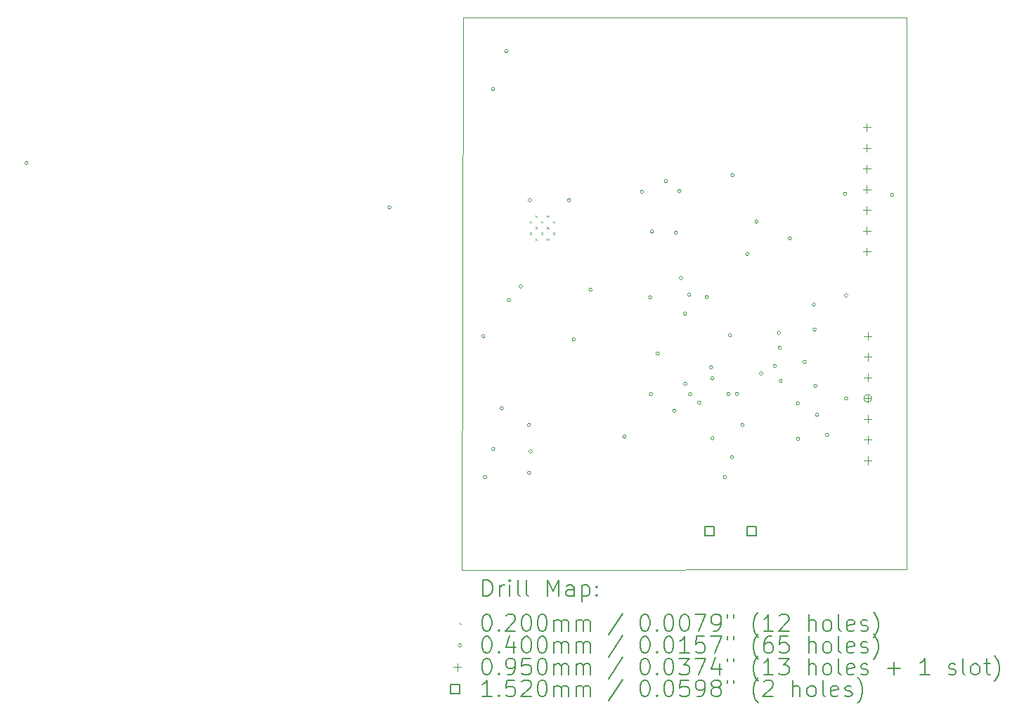
<source format=gbr>
%TF.GenerationSoftware,KiCad,Pcbnew,7.0.10*%
%TF.CreationDate,2024-05-28T16:21:53+05:30*%
%TF.ProjectId,pro1,70726f31-2e6b-4696-9361-645f70636258,rev?*%
%TF.SameCoordinates,Original*%
%TF.FileFunction,Drillmap*%
%TF.FilePolarity,Positive*%
%FSLAX45Y45*%
G04 Gerber Fmt 4.5, Leading zero omitted, Abs format (unit mm)*
G04 Created by KiCad (PCBNEW 7.0.10) date 2024-05-28 16:21:53*
%MOMM*%
%LPD*%
G01*
G04 APERTURE LIST*
%ADD10C,0.100000*%
%ADD11C,0.200000*%
%ADD12C,0.152000*%
G04 APERTURE END LIST*
D10*
X12640000Y-2730000D02*
X12620000Y-9390000D01*
X17980000Y-2730000D02*
X17980000Y-9380000D01*
X17980000Y-9380000D02*
X12620000Y-9390000D01*
X12640000Y-2730000D02*
X17980000Y-2730000D01*
D11*
D10*
X13437620Y-5182720D02*
X13457620Y-5202720D01*
X13457620Y-5182720D02*
X13437620Y-5202720D01*
X13437620Y-5322720D02*
X13457620Y-5342720D01*
X13457620Y-5322720D02*
X13437620Y-5342720D01*
X13507620Y-5112720D02*
X13527620Y-5132720D01*
X13527620Y-5112720D02*
X13507620Y-5132720D01*
X13507620Y-5252720D02*
X13527620Y-5272720D01*
X13527620Y-5252720D02*
X13507620Y-5272720D01*
X13507620Y-5392720D02*
X13527620Y-5412720D01*
X13527620Y-5392720D02*
X13507620Y-5412720D01*
X13575120Y-5182720D02*
X13595120Y-5202720D01*
X13595120Y-5182720D02*
X13575120Y-5202720D01*
X13575120Y-5322720D02*
X13595120Y-5342720D01*
X13595120Y-5322720D02*
X13575120Y-5342720D01*
X13647620Y-5112720D02*
X13667620Y-5132720D01*
X13667620Y-5112720D02*
X13647620Y-5132720D01*
X13647620Y-5252720D02*
X13667620Y-5272720D01*
X13667620Y-5252720D02*
X13647620Y-5272720D01*
X13647620Y-5392720D02*
X13667620Y-5412720D01*
X13667620Y-5392720D02*
X13647620Y-5412720D01*
X13717620Y-5182720D02*
X13737620Y-5202720D01*
X13737620Y-5182720D02*
X13717620Y-5202720D01*
X13717620Y-5322720D02*
X13737620Y-5342720D01*
X13737620Y-5322720D02*
X13717620Y-5342720D01*
X7396000Y-4483000D02*
G75*
G03*
X7356000Y-4483000I-20000J0D01*
G01*
X7356000Y-4483000D02*
G75*
G03*
X7396000Y-4483000I20000J0D01*
G01*
X11768000Y-5018000D02*
G75*
G03*
X11728000Y-5018000I-20000J0D01*
G01*
X11728000Y-5018000D02*
G75*
G03*
X11768000Y-5018000I20000J0D01*
G01*
X11768000Y-5018000D02*
G75*
G03*
X11728000Y-5018000I-20000J0D01*
G01*
X11728000Y-5018000D02*
G75*
G03*
X11768000Y-5018000I20000J0D01*
G01*
X12900000Y-6570000D02*
G75*
G03*
X12860000Y-6570000I-20000J0D01*
G01*
X12860000Y-6570000D02*
G75*
G03*
X12900000Y-6570000I20000J0D01*
G01*
X12920000Y-8270000D02*
G75*
G03*
X12880000Y-8270000I-20000J0D01*
G01*
X12880000Y-8270000D02*
G75*
G03*
X12920000Y-8270000I20000J0D01*
G01*
X13015340Y-3591060D02*
G75*
G03*
X12975340Y-3591060I-20000J0D01*
G01*
X12975340Y-3591060D02*
G75*
G03*
X13015340Y-3591060I20000J0D01*
G01*
X13020000Y-7930000D02*
G75*
G03*
X12980000Y-7930000I-20000J0D01*
G01*
X12980000Y-7930000D02*
G75*
G03*
X13020000Y-7930000I20000J0D01*
G01*
X13120000Y-7440000D02*
G75*
G03*
X13080000Y-7440000I-20000J0D01*
G01*
X13080000Y-7440000D02*
G75*
G03*
X13120000Y-7440000I20000J0D01*
G01*
X13178340Y-3134060D02*
G75*
G03*
X13138340Y-3134060I-20000J0D01*
G01*
X13138340Y-3134060D02*
G75*
G03*
X13178340Y-3134060I20000J0D01*
G01*
X13207680Y-6136640D02*
G75*
G03*
X13167680Y-6136640I-20000J0D01*
G01*
X13167680Y-6136640D02*
G75*
G03*
X13207680Y-6136640I20000J0D01*
G01*
X13350000Y-5970000D02*
G75*
G03*
X13310000Y-5970000I-20000J0D01*
G01*
X13310000Y-5970000D02*
G75*
G03*
X13350000Y-5970000I20000J0D01*
G01*
X13450000Y-7640000D02*
G75*
G03*
X13410000Y-7640000I-20000J0D01*
G01*
X13410000Y-7640000D02*
G75*
G03*
X13450000Y-7640000I20000J0D01*
G01*
X13450000Y-8220000D02*
G75*
G03*
X13410000Y-8220000I-20000J0D01*
G01*
X13410000Y-8220000D02*
G75*
G03*
X13450000Y-8220000I20000J0D01*
G01*
X13460000Y-4930000D02*
G75*
G03*
X13420000Y-4930000I-20000J0D01*
G01*
X13420000Y-4930000D02*
G75*
G03*
X13460000Y-4930000I20000J0D01*
G01*
X13470000Y-7960000D02*
G75*
G03*
X13430000Y-7960000I-20000J0D01*
G01*
X13430000Y-7960000D02*
G75*
G03*
X13470000Y-7960000I20000J0D01*
G01*
X13930000Y-4930000D02*
G75*
G03*
X13890000Y-4930000I-20000J0D01*
G01*
X13890000Y-4930000D02*
G75*
G03*
X13930000Y-4930000I20000J0D01*
G01*
X13990000Y-6610000D02*
G75*
G03*
X13950000Y-6610000I-20000J0D01*
G01*
X13950000Y-6610000D02*
G75*
G03*
X13990000Y-6610000I20000J0D01*
G01*
X14190000Y-6010000D02*
G75*
G03*
X14150000Y-6010000I-20000J0D01*
G01*
X14150000Y-6010000D02*
G75*
G03*
X14190000Y-6010000I20000J0D01*
G01*
X14600000Y-7780000D02*
G75*
G03*
X14560000Y-7780000I-20000J0D01*
G01*
X14560000Y-7780000D02*
G75*
G03*
X14600000Y-7780000I20000J0D01*
G01*
X14810000Y-4830000D02*
G75*
G03*
X14770000Y-4830000I-20000J0D01*
G01*
X14770000Y-4830000D02*
G75*
G03*
X14810000Y-4830000I20000J0D01*
G01*
X14910000Y-6100000D02*
G75*
G03*
X14870000Y-6100000I-20000J0D01*
G01*
X14870000Y-6100000D02*
G75*
G03*
X14910000Y-6100000I20000J0D01*
G01*
X14920000Y-7270000D02*
G75*
G03*
X14880000Y-7270000I-20000J0D01*
G01*
X14880000Y-7270000D02*
G75*
G03*
X14920000Y-7270000I20000J0D01*
G01*
X14930000Y-5310000D02*
G75*
G03*
X14890000Y-5310000I-20000J0D01*
G01*
X14890000Y-5310000D02*
G75*
G03*
X14930000Y-5310000I20000J0D01*
G01*
X15000000Y-6780000D02*
G75*
G03*
X14960000Y-6780000I-20000J0D01*
G01*
X14960000Y-6780000D02*
G75*
G03*
X15000000Y-6780000I20000J0D01*
G01*
X15100000Y-4700000D02*
G75*
G03*
X15060000Y-4700000I-20000J0D01*
G01*
X15060000Y-4700000D02*
G75*
G03*
X15100000Y-4700000I20000J0D01*
G01*
X15200000Y-7470000D02*
G75*
G03*
X15160000Y-7470000I-20000J0D01*
G01*
X15160000Y-7470000D02*
G75*
G03*
X15200000Y-7470000I20000J0D01*
G01*
X15220000Y-5320000D02*
G75*
G03*
X15180000Y-5320000I-20000J0D01*
G01*
X15180000Y-5320000D02*
G75*
G03*
X15220000Y-5320000I20000J0D01*
G01*
X15260000Y-4820000D02*
G75*
G03*
X15220000Y-4820000I-20000J0D01*
G01*
X15220000Y-4820000D02*
G75*
G03*
X15260000Y-4820000I20000J0D01*
G01*
X15280000Y-5870000D02*
G75*
G03*
X15240000Y-5870000I-20000J0D01*
G01*
X15240000Y-5870000D02*
G75*
G03*
X15280000Y-5870000I20000J0D01*
G01*
X15330000Y-6300000D02*
G75*
G03*
X15290000Y-6300000I-20000J0D01*
G01*
X15290000Y-6300000D02*
G75*
G03*
X15330000Y-6300000I20000J0D01*
G01*
X15332000Y-7145000D02*
G75*
G03*
X15292000Y-7145000I-20000J0D01*
G01*
X15292000Y-7145000D02*
G75*
G03*
X15332000Y-7145000I20000J0D01*
G01*
X15380000Y-6070000D02*
G75*
G03*
X15340000Y-6070000I-20000J0D01*
G01*
X15340000Y-6070000D02*
G75*
G03*
X15380000Y-6070000I20000J0D01*
G01*
X15390000Y-7270000D02*
G75*
G03*
X15350000Y-7270000I-20000J0D01*
G01*
X15350000Y-7270000D02*
G75*
G03*
X15390000Y-7270000I20000J0D01*
G01*
X15500000Y-7370000D02*
G75*
G03*
X15460000Y-7370000I-20000J0D01*
G01*
X15460000Y-7370000D02*
G75*
G03*
X15500000Y-7370000I20000J0D01*
G01*
X15590000Y-6100000D02*
G75*
G03*
X15550000Y-6100000I-20000J0D01*
G01*
X15550000Y-6100000D02*
G75*
G03*
X15590000Y-6100000I20000J0D01*
G01*
X15644000Y-6946000D02*
G75*
G03*
X15604000Y-6946000I-20000J0D01*
G01*
X15604000Y-6946000D02*
G75*
G03*
X15644000Y-6946000I20000J0D01*
G01*
X15657735Y-7079735D02*
G75*
G03*
X15617735Y-7079735I-20000J0D01*
G01*
X15617735Y-7079735D02*
G75*
G03*
X15657735Y-7079735I20000J0D01*
G01*
X15660000Y-7800000D02*
G75*
G03*
X15620000Y-7800000I-20000J0D01*
G01*
X15620000Y-7800000D02*
G75*
G03*
X15660000Y-7800000I20000J0D01*
G01*
X15810000Y-8270000D02*
G75*
G03*
X15770000Y-8270000I-20000J0D01*
G01*
X15770000Y-8270000D02*
G75*
G03*
X15810000Y-8270000I20000J0D01*
G01*
X15850952Y-7267579D02*
G75*
G03*
X15810952Y-7267579I-20000J0D01*
G01*
X15810952Y-7267579D02*
G75*
G03*
X15850952Y-7267579I20000J0D01*
G01*
X15870000Y-6560000D02*
G75*
G03*
X15830000Y-6560000I-20000J0D01*
G01*
X15830000Y-6560000D02*
G75*
G03*
X15870000Y-6560000I20000J0D01*
G01*
X15893750Y-8030000D02*
G75*
G03*
X15853750Y-8030000I-20000J0D01*
G01*
X15853750Y-8030000D02*
G75*
G03*
X15893750Y-8030000I20000J0D01*
G01*
X15900000Y-4630000D02*
G75*
G03*
X15860000Y-4630000I-20000J0D01*
G01*
X15860000Y-4630000D02*
G75*
G03*
X15900000Y-4630000I20000J0D01*
G01*
X15953480Y-7267581D02*
G75*
G03*
X15913480Y-7267581I-20000J0D01*
G01*
X15913480Y-7267581D02*
G75*
G03*
X15953480Y-7267581I20000J0D01*
G01*
X16020000Y-7640000D02*
G75*
G03*
X15980000Y-7640000I-20000J0D01*
G01*
X15980000Y-7640000D02*
G75*
G03*
X16020000Y-7640000I20000J0D01*
G01*
X16080000Y-5580000D02*
G75*
G03*
X16040000Y-5580000I-20000J0D01*
G01*
X16040000Y-5580000D02*
G75*
G03*
X16080000Y-5580000I20000J0D01*
G01*
X16190000Y-5190000D02*
G75*
G03*
X16150000Y-5190000I-20000J0D01*
G01*
X16150000Y-5190000D02*
G75*
G03*
X16190000Y-5190000I20000J0D01*
G01*
X16247500Y-7020000D02*
G75*
G03*
X16207500Y-7020000I-20000J0D01*
G01*
X16207500Y-7020000D02*
G75*
G03*
X16247500Y-7020000I20000J0D01*
G01*
X16410000Y-6930000D02*
G75*
G03*
X16370000Y-6930000I-20000J0D01*
G01*
X16370000Y-6930000D02*
G75*
G03*
X16410000Y-6930000I20000J0D01*
G01*
X16460000Y-6530000D02*
G75*
G03*
X16420000Y-6530000I-20000J0D01*
G01*
X16420000Y-6530000D02*
G75*
G03*
X16460000Y-6530000I20000J0D01*
G01*
X16470000Y-6710000D02*
G75*
G03*
X16430000Y-6710000I-20000J0D01*
G01*
X16430000Y-6710000D02*
G75*
G03*
X16470000Y-6710000I20000J0D01*
G01*
X16480000Y-7110000D02*
G75*
G03*
X16440000Y-7110000I-20000J0D01*
G01*
X16440000Y-7110000D02*
G75*
G03*
X16480000Y-7110000I20000J0D01*
G01*
X16590000Y-5390000D02*
G75*
G03*
X16550000Y-5390000I-20000J0D01*
G01*
X16550000Y-5390000D02*
G75*
G03*
X16590000Y-5390000I20000J0D01*
G01*
X16690000Y-7380000D02*
G75*
G03*
X16650000Y-7380000I-20000J0D01*
G01*
X16650000Y-7380000D02*
G75*
G03*
X16690000Y-7380000I20000J0D01*
G01*
X16690000Y-7810000D02*
G75*
G03*
X16650000Y-7810000I-20000J0D01*
G01*
X16650000Y-7810000D02*
G75*
G03*
X16690000Y-7810000I20000J0D01*
G01*
X16770000Y-6880000D02*
G75*
G03*
X16730000Y-6880000I-20000J0D01*
G01*
X16730000Y-6880000D02*
G75*
G03*
X16770000Y-6880000I20000J0D01*
G01*
X16880000Y-6190000D02*
G75*
G03*
X16840000Y-6190000I-20000J0D01*
G01*
X16840000Y-6190000D02*
G75*
G03*
X16880000Y-6190000I20000J0D01*
G01*
X16890000Y-6490000D02*
G75*
G03*
X16850000Y-6490000I-20000J0D01*
G01*
X16850000Y-6490000D02*
G75*
G03*
X16890000Y-6490000I20000J0D01*
G01*
X16900000Y-7170000D02*
G75*
G03*
X16860000Y-7170000I-20000J0D01*
G01*
X16860000Y-7170000D02*
G75*
G03*
X16900000Y-7170000I20000J0D01*
G01*
X16920000Y-7520000D02*
G75*
G03*
X16880000Y-7520000I-20000J0D01*
G01*
X16880000Y-7520000D02*
G75*
G03*
X16920000Y-7520000I20000J0D01*
G01*
X17040000Y-7760000D02*
G75*
G03*
X17000000Y-7760000I-20000J0D01*
G01*
X17000000Y-7760000D02*
G75*
G03*
X17040000Y-7760000I20000J0D01*
G01*
X17258000Y-4855000D02*
G75*
G03*
X17218000Y-4855000I-20000J0D01*
G01*
X17218000Y-4855000D02*
G75*
G03*
X17258000Y-4855000I20000J0D01*
G01*
X17270000Y-6080000D02*
G75*
G03*
X17230000Y-6080000I-20000J0D01*
G01*
X17230000Y-6080000D02*
G75*
G03*
X17270000Y-6080000I20000J0D01*
G01*
X17270000Y-7320000D02*
G75*
G03*
X17230000Y-7320000I-20000J0D01*
G01*
X17230000Y-7320000D02*
G75*
G03*
X17270000Y-7320000I20000J0D01*
G01*
X17825000Y-4865000D02*
G75*
G03*
X17785000Y-4865000I-20000J0D01*
G01*
X17785000Y-4865000D02*
G75*
G03*
X17825000Y-4865000I20000J0D01*
G01*
X17500000Y-4002500D02*
X17500000Y-4097500D01*
X17452500Y-4050000D02*
X17547500Y-4050000D01*
X17500000Y-4252500D02*
X17500000Y-4347500D01*
X17452500Y-4300000D02*
X17547500Y-4300000D01*
X17500000Y-4502500D02*
X17500000Y-4597500D01*
X17452500Y-4550000D02*
X17547500Y-4550000D01*
X17500000Y-4752500D02*
X17500000Y-4847500D01*
X17452500Y-4800000D02*
X17547500Y-4800000D01*
X17500000Y-5002500D02*
X17500000Y-5097500D01*
X17452500Y-5050000D02*
X17547500Y-5050000D01*
X17500000Y-5252500D02*
X17500000Y-5347500D01*
X17452500Y-5300000D02*
X17547500Y-5300000D01*
X17500000Y-5502500D02*
X17500000Y-5597500D01*
X17452500Y-5550000D02*
X17547500Y-5550000D01*
X17510000Y-6522500D02*
X17510000Y-6617500D01*
X17462500Y-6570000D02*
X17557500Y-6570000D01*
X17510000Y-6772500D02*
X17510000Y-6867500D01*
X17462500Y-6820000D02*
X17557500Y-6820000D01*
X17510000Y-7022500D02*
X17510000Y-7117500D01*
X17462500Y-7070000D02*
X17557500Y-7070000D01*
X17510000Y-7272500D02*
X17510000Y-7367500D01*
X17462500Y-7320000D02*
X17557500Y-7320000D01*
X17510000Y-7367500D02*
X17510000Y-7367500D01*
X17510000Y-7367500D02*
G75*
G03*
X17510000Y-7272500I0J47500D01*
G01*
X17510000Y-7272500D02*
X17510000Y-7272500D01*
X17510000Y-7272500D02*
G75*
G03*
X17510000Y-7367500I0J-47500D01*
G01*
X17510000Y-7522500D02*
X17510000Y-7617500D01*
X17462500Y-7570000D02*
X17557500Y-7570000D01*
X17510000Y-7772500D02*
X17510000Y-7867500D01*
X17462500Y-7820000D02*
X17557500Y-7820000D01*
X17510000Y-8022500D02*
X17510000Y-8117500D01*
X17462500Y-8070000D02*
X17557500Y-8070000D01*
D12*
X15659741Y-8973741D02*
X15659741Y-8866259D01*
X15552259Y-8866259D01*
X15552259Y-8973741D01*
X15659741Y-8973741D01*
X16167741Y-8973741D02*
X16167741Y-8866259D01*
X16060259Y-8866259D01*
X16060259Y-8973741D01*
X16167741Y-8973741D01*
D11*
X12875777Y-9706484D02*
X12875777Y-9506484D01*
X12875777Y-9506484D02*
X12923396Y-9506484D01*
X12923396Y-9506484D02*
X12951967Y-9516008D01*
X12951967Y-9516008D02*
X12971015Y-9535055D01*
X12971015Y-9535055D02*
X12980539Y-9554103D01*
X12980539Y-9554103D02*
X12990062Y-9592198D01*
X12990062Y-9592198D02*
X12990062Y-9620770D01*
X12990062Y-9620770D02*
X12980539Y-9658865D01*
X12980539Y-9658865D02*
X12971015Y-9677912D01*
X12971015Y-9677912D02*
X12951967Y-9696960D01*
X12951967Y-9696960D02*
X12923396Y-9706484D01*
X12923396Y-9706484D02*
X12875777Y-9706484D01*
X13075777Y-9706484D02*
X13075777Y-9573150D01*
X13075777Y-9611246D02*
X13085301Y-9592198D01*
X13085301Y-9592198D02*
X13094824Y-9582674D01*
X13094824Y-9582674D02*
X13113872Y-9573150D01*
X13113872Y-9573150D02*
X13132920Y-9573150D01*
X13199586Y-9706484D02*
X13199586Y-9573150D01*
X13199586Y-9506484D02*
X13190062Y-9516008D01*
X13190062Y-9516008D02*
X13199586Y-9525531D01*
X13199586Y-9525531D02*
X13209110Y-9516008D01*
X13209110Y-9516008D02*
X13199586Y-9506484D01*
X13199586Y-9506484D02*
X13199586Y-9525531D01*
X13323396Y-9706484D02*
X13304348Y-9696960D01*
X13304348Y-9696960D02*
X13294824Y-9677912D01*
X13294824Y-9677912D02*
X13294824Y-9506484D01*
X13428158Y-9706484D02*
X13409110Y-9696960D01*
X13409110Y-9696960D02*
X13399586Y-9677912D01*
X13399586Y-9677912D02*
X13399586Y-9506484D01*
X13656729Y-9706484D02*
X13656729Y-9506484D01*
X13656729Y-9506484D02*
X13723396Y-9649341D01*
X13723396Y-9649341D02*
X13790062Y-9506484D01*
X13790062Y-9506484D02*
X13790062Y-9706484D01*
X13971015Y-9706484D02*
X13971015Y-9601722D01*
X13971015Y-9601722D02*
X13961491Y-9582674D01*
X13961491Y-9582674D02*
X13942443Y-9573150D01*
X13942443Y-9573150D02*
X13904348Y-9573150D01*
X13904348Y-9573150D02*
X13885301Y-9582674D01*
X13971015Y-9696960D02*
X13951967Y-9706484D01*
X13951967Y-9706484D02*
X13904348Y-9706484D01*
X13904348Y-9706484D02*
X13885301Y-9696960D01*
X13885301Y-9696960D02*
X13875777Y-9677912D01*
X13875777Y-9677912D02*
X13875777Y-9658865D01*
X13875777Y-9658865D02*
X13885301Y-9639817D01*
X13885301Y-9639817D02*
X13904348Y-9630293D01*
X13904348Y-9630293D02*
X13951967Y-9630293D01*
X13951967Y-9630293D02*
X13971015Y-9620770D01*
X14066253Y-9573150D02*
X14066253Y-9773150D01*
X14066253Y-9582674D02*
X14085301Y-9573150D01*
X14085301Y-9573150D02*
X14123396Y-9573150D01*
X14123396Y-9573150D02*
X14142443Y-9582674D01*
X14142443Y-9582674D02*
X14151967Y-9592198D01*
X14151967Y-9592198D02*
X14161491Y-9611246D01*
X14161491Y-9611246D02*
X14161491Y-9668389D01*
X14161491Y-9668389D02*
X14151967Y-9687436D01*
X14151967Y-9687436D02*
X14142443Y-9696960D01*
X14142443Y-9696960D02*
X14123396Y-9706484D01*
X14123396Y-9706484D02*
X14085301Y-9706484D01*
X14085301Y-9706484D02*
X14066253Y-9696960D01*
X14247205Y-9687436D02*
X14256729Y-9696960D01*
X14256729Y-9696960D02*
X14247205Y-9706484D01*
X14247205Y-9706484D02*
X14237682Y-9696960D01*
X14237682Y-9696960D02*
X14247205Y-9687436D01*
X14247205Y-9687436D02*
X14247205Y-9706484D01*
X14247205Y-9582674D02*
X14256729Y-9592198D01*
X14256729Y-9592198D02*
X14247205Y-9601722D01*
X14247205Y-9601722D02*
X14237682Y-9592198D01*
X14237682Y-9592198D02*
X14247205Y-9582674D01*
X14247205Y-9582674D02*
X14247205Y-9601722D01*
D10*
X12595000Y-10025000D02*
X12615000Y-10045000D01*
X12615000Y-10025000D02*
X12595000Y-10045000D01*
D11*
X12913872Y-9926484D02*
X12932920Y-9926484D01*
X12932920Y-9926484D02*
X12951967Y-9936008D01*
X12951967Y-9936008D02*
X12961491Y-9945531D01*
X12961491Y-9945531D02*
X12971015Y-9964579D01*
X12971015Y-9964579D02*
X12980539Y-10002674D01*
X12980539Y-10002674D02*
X12980539Y-10050293D01*
X12980539Y-10050293D02*
X12971015Y-10088389D01*
X12971015Y-10088389D02*
X12961491Y-10107436D01*
X12961491Y-10107436D02*
X12951967Y-10116960D01*
X12951967Y-10116960D02*
X12932920Y-10126484D01*
X12932920Y-10126484D02*
X12913872Y-10126484D01*
X12913872Y-10126484D02*
X12894824Y-10116960D01*
X12894824Y-10116960D02*
X12885301Y-10107436D01*
X12885301Y-10107436D02*
X12875777Y-10088389D01*
X12875777Y-10088389D02*
X12866253Y-10050293D01*
X12866253Y-10050293D02*
X12866253Y-10002674D01*
X12866253Y-10002674D02*
X12875777Y-9964579D01*
X12875777Y-9964579D02*
X12885301Y-9945531D01*
X12885301Y-9945531D02*
X12894824Y-9936008D01*
X12894824Y-9936008D02*
X12913872Y-9926484D01*
X13066253Y-10107436D02*
X13075777Y-10116960D01*
X13075777Y-10116960D02*
X13066253Y-10126484D01*
X13066253Y-10126484D02*
X13056729Y-10116960D01*
X13056729Y-10116960D02*
X13066253Y-10107436D01*
X13066253Y-10107436D02*
X13066253Y-10126484D01*
X13151967Y-9945531D02*
X13161491Y-9936008D01*
X13161491Y-9936008D02*
X13180539Y-9926484D01*
X13180539Y-9926484D02*
X13228158Y-9926484D01*
X13228158Y-9926484D02*
X13247205Y-9936008D01*
X13247205Y-9936008D02*
X13256729Y-9945531D01*
X13256729Y-9945531D02*
X13266253Y-9964579D01*
X13266253Y-9964579D02*
X13266253Y-9983627D01*
X13266253Y-9983627D02*
X13256729Y-10012198D01*
X13256729Y-10012198D02*
X13142443Y-10126484D01*
X13142443Y-10126484D02*
X13266253Y-10126484D01*
X13390062Y-9926484D02*
X13409110Y-9926484D01*
X13409110Y-9926484D02*
X13428158Y-9936008D01*
X13428158Y-9936008D02*
X13437682Y-9945531D01*
X13437682Y-9945531D02*
X13447205Y-9964579D01*
X13447205Y-9964579D02*
X13456729Y-10002674D01*
X13456729Y-10002674D02*
X13456729Y-10050293D01*
X13456729Y-10050293D02*
X13447205Y-10088389D01*
X13447205Y-10088389D02*
X13437682Y-10107436D01*
X13437682Y-10107436D02*
X13428158Y-10116960D01*
X13428158Y-10116960D02*
X13409110Y-10126484D01*
X13409110Y-10126484D02*
X13390062Y-10126484D01*
X13390062Y-10126484D02*
X13371015Y-10116960D01*
X13371015Y-10116960D02*
X13361491Y-10107436D01*
X13361491Y-10107436D02*
X13351967Y-10088389D01*
X13351967Y-10088389D02*
X13342443Y-10050293D01*
X13342443Y-10050293D02*
X13342443Y-10002674D01*
X13342443Y-10002674D02*
X13351967Y-9964579D01*
X13351967Y-9964579D02*
X13361491Y-9945531D01*
X13361491Y-9945531D02*
X13371015Y-9936008D01*
X13371015Y-9936008D02*
X13390062Y-9926484D01*
X13580539Y-9926484D02*
X13599586Y-9926484D01*
X13599586Y-9926484D02*
X13618634Y-9936008D01*
X13618634Y-9936008D02*
X13628158Y-9945531D01*
X13628158Y-9945531D02*
X13637682Y-9964579D01*
X13637682Y-9964579D02*
X13647205Y-10002674D01*
X13647205Y-10002674D02*
X13647205Y-10050293D01*
X13647205Y-10050293D02*
X13637682Y-10088389D01*
X13637682Y-10088389D02*
X13628158Y-10107436D01*
X13628158Y-10107436D02*
X13618634Y-10116960D01*
X13618634Y-10116960D02*
X13599586Y-10126484D01*
X13599586Y-10126484D02*
X13580539Y-10126484D01*
X13580539Y-10126484D02*
X13561491Y-10116960D01*
X13561491Y-10116960D02*
X13551967Y-10107436D01*
X13551967Y-10107436D02*
X13542443Y-10088389D01*
X13542443Y-10088389D02*
X13532920Y-10050293D01*
X13532920Y-10050293D02*
X13532920Y-10002674D01*
X13532920Y-10002674D02*
X13542443Y-9964579D01*
X13542443Y-9964579D02*
X13551967Y-9945531D01*
X13551967Y-9945531D02*
X13561491Y-9936008D01*
X13561491Y-9936008D02*
X13580539Y-9926484D01*
X13732920Y-10126484D02*
X13732920Y-9993150D01*
X13732920Y-10012198D02*
X13742443Y-10002674D01*
X13742443Y-10002674D02*
X13761491Y-9993150D01*
X13761491Y-9993150D02*
X13790063Y-9993150D01*
X13790063Y-9993150D02*
X13809110Y-10002674D01*
X13809110Y-10002674D02*
X13818634Y-10021722D01*
X13818634Y-10021722D02*
X13818634Y-10126484D01*
X13818634Y-10021722D02*
X13828158Y-10002674D01*
X13828158Y-10002674D02*
X13847205Y-9993150D01*
X13847205Y-9993150D02*
X13875777Y-9993150D01*
X13875777Y-9993150D02*
X13894824Y-10002674D01*
X13894824Y-10002674D02*
X13904348Y-10021722D01*
X13904348Y-10021722D02*
X13904348Y-10126484D01*
X13999586Y-10126484D02*
X13999586Y-9993150D01*
X13999586Y-10012198D02*
X14009110Y-10002674D01*
X14009110Y-10002674D02*
X14028158Y-9993150D01*
X14028158Y-9993150D02*
X14056729Y-9993150D01*
X14056729Y-9993150D02*
X14075777Y-10002674D01*
X14075777Y-10002674D02*
X14085301Y-10021722D01*
X14085301Y-10021722D02*
X14085301Y-10126484D01*
X14085301Y-10021722D02*
X14094824Y-10002674D01*
X14094824Y-10002674D02*
X14113872Y-9993150D01*
X14113872Y-9993150D02*
X14142443Y-9993150D01*
X14142443Y-9993150D02*
X14161491Y-10002674D01*
X14161491Y-10002674D02*
X14171015Y-10021722D01*
X14171015Y-10021722D02*
X14171015Y-10126484D01*
X14561491Y-9916960D02*
X14390063Y-10174103D01*
X14818634Y-9926484D02*
X14837682Y-9926484D01*
X14837682Y-9926484D02*
X14856729Y-9936008D01*
X14856729Y-9936008D02*
X14866253Y-9945531D01*
X14866253Y-9945531D02*
X14875777Y-9964579D01*
X14875777Y-9964579D02*
X14885301Y-10002674D01*
X14885301Y-10002674D02*
X14885301Y-10050293D01*
X14885301Y-10050293D02*
X14875777Y-10088389D01*
X14875777Y-10088389D02*
X14866253Y-10107436D01*
X14866253Y-10107436D02*
X14856729Y-10116960D01*
X14856729Y-10116960D02*
X14837682Y-10126484D01*
X14837682Y-10126484D02*
X14818634Y-10126484D01*
X14818634Y-10126484D02*
X14799586Y-10116960D01*
X14799586Y-10116960D02*
X14790063Y-10107436D01*
X14790063Y-10107436D02*
X14780539Y-10088389D01*
X14780539Y-10088389D02*
X14771015Y-10050293D01*
X14771015Y-10050293D02*
X14771015Y-10002674D01*
X14771015Y-10002674D02*
X14780539Y-9964579D01*
X14780539Y-9964579D02*
X14790063Y-9945531D01*
X14790063Y-9945531D02*
X14799586Y-9936008D01*
X14799586Y-9936008D02*
X14818634Y-9926484D01*
X14971015Y-10107436D02*
X14980539Y-10116960D01*
X14980539Y-10116960D02*
X14971015Y-10126484D01*
X14971015Y-10126484D02*
X14961491Y-10116960D01*
X14961491Y-10116960D02*
X14971015Y-10107436D01*
X14971015Y-10107436D02*
X14971015Y-10126484D01*
X15104348Y-9926484D02*
X15123396Y-9926484D01*
X15123396Y-9926484D02*
X15142444Y-9936008D01*
X15142444Y-9936008D02*
X15151967Y-9945531D01*
X15151967Y-9945531D02*
X15161491Y-9964579D01*
X15161491Y-9964579D02*
X15171015Y-10002674D01*
X15171015Y-10002674D02*
X15171015Y-10050293D01*
X15171015Y-10050293D02*
X15161491Y-10088389D01*
X15161491Y-10088389D02*
X15151967Y-10107436D01*
X15151967Y-10107436D02*
X15142444Y-10116960D01*
X15142444Y-10116960D02*
X15123396Y-10126484D01*
X15123396Y-10126484D02*
X15104348Y-10126484D01*
X15104348Y-10126484D02*
X15085301Y-10116960D01*
X15085301Y-10116960D02*
X15075777Y-10107436D01*
X15075777Y-10107436D02*
X15066253Y-10088389D01*
X15066253Y-10088389D02*
X15056729Y-10050293D01*
X15056729Y-10050293D02*
X15056729Y-10002674D01*
X15056729Y-10002674D02*
X15066253Y-9964579D01*
X15066253Y-9964579D02*
X15075777Y-9945531D01*
X15075777Y-9945531D02*
X15085301Y-9936008D01*
X15085301Y-9936008D02*
X15104348Y-9926484D01*
X15294825Y-9926484D02*
X15313872Y-9926484D01*
X15313872Y-9926484D02*
X15332920Y-9936008D01*
X15332920Y-9936008D02*
X15342444Y-9945531D01*
X15342444Y-9945531D02*
X15351967Y-9964579D01*
X15351967Y-9964579D02*
X15361491Y-10002674D01*
X15361491Y-10002674D02*
X15361491Y-10050293D01*
X15361491Y-10050293D02*
X15351967Y-10088389D01*
X15351967Y-10088389D02*
X15342444Y-10107436D01*
X15342444Y-10107436D02*
X15332920Y-10116960D01*
X15332920Y-10116960D02*
X15313872Y-10126484D01*
X15313872Y-10126484D02*
X15294825Y-10126484D01*
X15294825Y-10126484D02*
X15275777Y-10116960D01*
X15275777Y-10116960D02*
X15266253Y-10107436D01*
X15266253Y-10107436D02*
X15256729Y-10088389D01*
X15256729Y-10088389D02*
X15247206Y-10050293D01*
X15247206Y-10050293D02*
X15247206Y-10002674D01*
X15247206Y-10002674D02*
X15256729Y-9964579D01*
X15256729Y-9964579D02*
X15266253Y-9945531D01*
X15266253Y-9945531D02*
X15275777Y-9936008D01*
X15275777Y-9936008D02*
X15294825Y-9926484D01*
X15428158Y-9926484D02*
X15561491Y-9926484D01*
X15561491Y-9926484D02*
X15475777Y-10126484D01*
X15647206Y-10126484D02*
X15685301Y-10126484D01*
X15685301Y-10126484D02*
X15704348Y-10116960D01*
X15704348Y-10116960D02*
X15713872Y-10107436D01*
X15713872Y-10107436D02*
X15732920Y-10078865D01*
X15732920Y-10078865D02*
X15742444Y-10040770D01*
X15742444Y-10040770D02*
X15742444Y-9964579D01*
X15742444Y-9964579D02*
X15732920Y-9945531D01*
X15732920Y-9945531D02*
X15723396Y-9936008D01*
X15723396Y-9936008D02*
X15704348Y-9926484D01*
X15704348Y-9926484D02*
X15666253Y-9926484D01*
X15666253Y-9926484D02*
X15647206Y-9936008D01*
X15647206Y-9936008D02*
X15637682Y-9945531D01*
X15637682Y-9945531D02*
X15628158Y-9964579D01*
X15628158Y-9964579D02*
X15628158Y-10012198D01*
X15628158Y-10012198D02*
X15637682Y-10031246D01*
X15637682Y-10031246D02*
X15647206Y-10040770D01*
X15647206Y-10040770D02*
X15666253Y-10050293D01*
X15666253Y-10050293D02*
X15704348Y-10050293D01*
X15704348Y-10050293D02*
X15723396Y-10040770D01*
X15723396Y-10040770D02*
X15732920Y-10031246D01*
X15732920Y-10031246D02*
X15742444Y-10012198D01*
X15818634Y-9926484D02*
X15818634Y-9964579D01*
X15894825Y-9926484D02*
X15894825Y-9964579D01*
X16190063Y-10202674D02*
X16180539Y-10193150D01*
X16180539Y-10193150D02*
X16161491Y-10164579D01*
X16161491Y-10164579D02*
X16151968Y-10145531D01*
X16151968Y-10145531D02*
X16142444Y-10116960D01*
X16142444Y-10116960D02*
X16132920Y-10069341D01*
X16132920Y-10069341D02*
X16132920Y-10031246D01*
X16132920Y-10031246D02*
X16142444Y-9983627D01*
X16142444Y-9983627D02*
X16151968Y-9955055D01*
X16151968Y-9955055D02*
X16161491Y-9936008D01*
X16161491Y-9936008D02*
X16180539Y-9907436D01*
X16180539Y-9907436D02*
X16190063Y-9897912D01*
X16371015Y-10126484D02*
X16256729Y-10126484D01*
X16313872Y-10126484D02*
X16313872Y-9926484D01*
X16313872Y-9926484D02*
X16294825Y-9955055D01*
X16294825Y-9955055D02*
X16275777Y-9974103D01*
X16275777Y-9974103D02*
X16256729Y-9983627D01*
X16447206Y-9945531D02*
X16456729Y-9936008D01*
X16456729Y-9936008D02*
X16475777Y-9926484D01*
X16475777Y-9926484D02*
X16523396Y-9926484D01*
X16523396Y-9926484D02*
X16542444Y-9936008D01*
X16542444Y-9936008D02*
X16551968Y-9945531D01*
X16551968Y-9945531D02*
X16561491Y-9964579D01*
X16561491Y-9964579D02*
X16561491Y-9983627D01*
X16561491Y-9983627D02*
X16551968Y-10012198D01*
X16551968Y-10012198D02*
X16437682Y-10126484D01*
X16437682Y-10126484D02*
X16561491Y-10126484D01*
X16799587Y-10126484D02*
X16799587Y-9926484D01*
X16885301Y-10126484D02*
X16885301Y-10021722D01*
X16885301Y-10021722D02*
X16875777Y-10002674D01*
X16875777Y-10002674D02*
X16856730Y-9993150D01*
X16856730Y-9993150D02*
X16828158Y-9993150D01*
X16828158Y-9993150D02*
X16809111Y-10002674D01*
X16809111Y-10002674D02*
X16799587Y-10012198D01*
X17009111Y-10126484D02*
X16990063Y-10116960D01*
X16990063Y-10116960D02*
X16980539Y-10107436D01*
X16980539Y-10107436D02*
X16971015Y-10088389D01*
X16971015Y-10088389D02*
X16971015Y-10031246D01*
X16971015Y-10031246D02*
X16980539Y-10012198D01*
X16980539Y-10012198D02*
X16990063Y-10002674D01*
X16990063Y-10002674D02*
X17009111Y-9993150D01*
X17009111Y-9993150D02*
X17037682Y-9993150D01*
X17037682Y-9993150D02*
X17056730Y-10002674D01*
X17056730Y-10002674D02*
X17066253Y-10012198D01*
X17066253Y-10012198D02*
X17075777Y-10031246D01*
X17075777Y-10031246D02*
X17075777Y-10088389D01*
X17075777Y-10088389D02*
X17066253Y-10107436D01*
X17066253Y-10107436D02*
X17056730Y-10116960D01*
X17056730Y-10116960D02*
X17037682Y-10126484D01*
X17037682Y-10126484D02*
X17009111Y-10126484D01*
X17190063Y-10126484D02*
X17171015Y-10116960D01*
X17171015Y-10116960D02*
X17161492Y-10097912D01*
X17161492Y-10097912D02*
X17161492Y-9926484D01*
X17342444Y-10116960D02*
X17323396Y-10126484D01*
X17323396Y-10126484D02*
X17285301Y-10126484D01*
X17285301Y-10126484D02*
X17266253Y-10116960D01*
X17266253Y-10116960D02*
X17256730Y-10097912D01*
X17256730Y-10097912D02*
X17256730Y-10021722D01*
X17256730Y-10021722D02*
X17266253Y-10002674D01*
X17266253Y-10002674D02*
X17285301Y-9993150D01*
X17285301Y-9993150D02*
X17323396Y-9993150D01*
X17323396Y-9993150D02*
X17342444Y-10002674D01*
X17342444Y-10002674D02*
X17351968Y-10021722D01*
X17351968Y-10021722D02*
X17351968Y-10040770D01*
X17351968Y-10040770D02*
X17256730Y-10059817D01*
X17428158Y-10116960D02*
X17447206Y-10126484D01*
X17447206Y-10126484D02*
X17485301Y-10126484D01*
X17485301Y-10126484D02*
X17504349Y-10116960D01*
X17504349Y-10116960D02*
X17513873Y-10097912D01*
X17513873Y-10097912D02*
X17513873Y-10088389D01*
X17513873Y-10088389D02*
X17504349Y-10069341D01*
X17504349Y-10069341D02*
X17485301Y-10059817D01*
X17485301Y-10059817D02*
X17456730Y-10059817D01*
X17456730Y-10059817D02*
X17437682Y-10050293D01*
X17437682Y-10050293D02*
X17428158Y-10031246D01*
X17428158Y-10031246D02*
X17428158Y-10021722D01*
X17428158Y-10021722D02*
X17437682Y-10002674D01*
X17437682Y-10002674D02*
X17456730Y-9993150D01*
X17456730Y-9993150D02*
X17485301Y-9993150D01*
X17485301Y-9993150D02*
X17504349Y-10002674D01*
X17580539Y-10202674D02*
X17590063Y-10193150D01*
X17590063Y-10193150D02*
X17609111Y-10164579D01*
X17609111Y-10164579D02*
X17618634Y-10145531D01*
X17618634Y-10145531D02*
X17628158Y-10116960D01*
X17628158Y-10116960D02*
X17637682Y-10069341D01*
X17637682Y-10069341D02*
X17637682Y-10031246D01*
X17637682Y-10031246D02*
X17628158Y-9983627D01*
X17628158Y-9983627D02*
X17618634Y-9955055D01*
X17618634Y-9955055D02*
X17609111Y-9936008D01*
X17609111Y-9936008D02*
X17590063Y-9907436D01*
X17590063Y-9907436D02*
X17580539Y-9897912D01*
D10*
X12615000Y-10299000D02*
G75*
G03*
X12575000Y-10299000I-20000J0D01*
G01*
X12575000Y-10299000D02*
G75*
G03*
X12615000Y-10299000I20000J0D01*
G01*
D11*
X12913872Y-10190484D02*
X12932920Y-10190484D01*
X12932920Y-10190484D02*
X12951967Y-10200008D01*
X12951967Y-10200008D02*
X12961491Y-10209531D01*
X12961491Y-10209531D02*
X12971015Y-10228579D01*
X12971015Y-10228579D02*
X12980539Y-10266674D01*
X12980539Y-10266674D02*
X12980539Y-10314293D01*
X12980539Y-10314293D02*
X12971015Y-10352389D01*
X12971015Y-10352389D02*
X12961491Y-10371436D01*
X12961491Y-10371436D02*
X12951967Y-10380960D01*
X12951967Y-10380960D02*
X12932920Y-10390484D01*
X12932920Y-10390484D02*
X12913872Y-10390484D01*
X12913872Y-10390484D02*
X12894824Y-10380960D01*
X12894824Y-10380960D02*
X12885301Y-10371436D01*
X12885301Y-10371436D02*
X12875777Y-10352389D01*
X12875777Y-10352389D02*
X12866253Y-10314293D01*
X12866253Y-10314293D02*
X12866253Y-10266674D01*
X12866253Y-10266674D02*
X12875777Y-10228579D01*
X12875777Y-10228579D02*
X12885301Y-10209531D01*
X12885301Y-10209531D02*
X12894824Y-10200008D01*
X12894824Y-10200008D02*
X12913872Y-10190484D01*
X13066253Y-10371436D02*
X13075777Y-10380960D01*
X13075777Y-10380960D02*
X13066253Y-10390484D01*
X13066253Y-10390484D02*
X13056729Y-10380960D01*
X13056729Y-10380960D02*
X13066253Y-10371436D01*
X13066253Y-10371436D02*
X13066253Y-10390484D01*
X13247205Y-10257150D02*
X13247205Y-10390484D01*
X13199586Y-10180960D02*
X13151967Y-10323817D01*
X13151967Y-10323817D02*
X13275777Y-10323817D01*
X13390062Y-10190484D02*
X13409110Y-10190484D01*
X13409110Y-10190484D02*
X13428158Y-10200008D01*
X13428158Y-10200008D02*
X13437682Y-10209531D01*
X13437682Y-10209531D02*
X13447205Y-10228579D01*
X13447205Y-10228579D02*
X13456729Y-10266674D01*
X13456729Y-10266674D02*
X13456729Y-10314293D01*
X13456729Y-10314293D02*
X13447205Y-10352389D01*
X13447205Y-10352389D02*
X13437682Y-10371436D01*
X13437682Y-10371436D02*
X13428158Y-10380960D01*
X13428158Y-10380960D02*
X13409110Y-10390484D01*
X13409110Y-10390484D02*
X13390062Y-10390484D01*
X13390062Y-10390484D02*
X13371015Y-10380960D01*
X13371015Y-10380960D02*
X13361491Y-10371436D01*
X13361491Y-10371436D02*
X13351967Y-10352389D01*
X13351967Y-10352389D02*
X13342443Y-10314293D01*
X13342443Y-10314293D02*
X13342443Y-10266674D01*
X13342443Y-10266674D02*
X13351967Y-10228579D01*
X13351967Y-10228579D02*
X13361491Y-10209531D01*
X13361491Y-10209531D02*
X13371015Y-10200008D01*
X13371015Y-10200008D02*
X13390062Y-10190484D01*
X13580539Y-10190484D02*
X13599586Y-10190484D01*
X13599586Y-10190484D02*
X13618634Y-10200008D01*
X13618634Y-10200008D02*
X13628158Y-10209531D01*
X13628158Y-10209531D02*
X13637682Y-10228579D01*
X13637682Y-10228579D02*
X13647205Y-10266674D01*
X13647205Y-10266674D02*
X13647205Y-10314293D01*
X13647205Y-10314293D02*
X13637682Y-10352389D01*
X13637682Y-10352389D02*
X13628158Y-10371436D01*
X13628158Y-10371436D02*
X13618634Y-10380960D01*
X13618634Y-10380960D02*
X13599586Y-10390484D01*
X13599586Y-10390484D02*
X13580539Y-10390484D01*
X13580539Y-10390484D02*
X13561491Y-10380960D01*
X13561491Y-10380960D02*
X13551967Y-10371436D01*
X13551967Y-10371436D02*
X13542443Y-10352389D01*
X13542443Y-10352389D02*
X13532920Y-10314293D01*
X13532920Y-10314293D02*
X13532920Y-10266674D01*
X13532920Y-10266674D02*
X13542443Y-10228579D01*
X13542443Y-10228579D02*
X13551967Y-10209531D01*
X13551967Y-10209531D02*
X13561491Y-10200008D01*
X13561491Y-10200008D02*
X13580539Y-10190484D01*
X13732920Y-10390484D02*
X13732920Y-10257150D01*
X13732920Y-10276198D02*
X13742443Y-10266674D01*
X13742443Y-10266674D02*
X13761491Y-10257150D01*
X13761491Y-10257150D02*
X13790063Y-10257150D01*
X13790063Y-10257150D02*
X13809110Y-10266674D01*
X13809110Y-10266674D02*
X13818634Y-10285722D01*
X13818634Y-10285722D02*
X13818634Y-10390484D01*
X13818634Y-10285722D02*
X13828158Y-10266674D01*
X13828158Y-10266674D02*
X13847205Y-10257150D01*
X13847205Y-10257150D02*
X13875777Y-10257150D01*
X13875777Y-10257150D02*
X13894824Y-10266674D01*
X13894824Y-10266674D02*
X13904348Y-10285722D01*
X13904348Y-10285722D02*
X13904348Y-10390484D01*
X13999586Y-10390484D02*
X13999586Y-10257150D01*
X13999586Y-10276198D02*
X14009110Y-10266674D01*
X14009110Y-10266674D02*
X14028158Y-10257150D01*
X14028158Y-10257150D02*
X14056729Y-10257150D01*
X14056729Y-10257150D02*
X14075777Y-10266674D01*
X14075777Y-10266674D02*
X14085301Y-10285722D01*
X14085301Y-10285722D02*
X14085301Y-10390484D01*
X14085301Y-10285722D02*
X14094824Y-10266674D01*
X14094824Y-10266674D02*
X14113872Y-10257150D01*
X14113872Y-10257150D02*
X14142443Y-10257150D01*
X14142443Y-10257150D02*
X14161491Y-10266674D01*
X14161491Y-10266674D02*
X14171015Y-10285722D01*
X14171015Y-10285722D02*
X14171015Y-10390484D01*
X14561491Y-10180960D02*
X14390063Y-10438103D01*
X14818634Y-10190484D02*
X14837682Y-10190484D01*
X14837682Y-10190484D02*
X14856729Y-10200008D01*
X14856729Y-10200008D02*
X14866253Y-10209531D01*
X14866253Y-10209531D02*
X14875777Y-10228579D01*
X14875777Y-10228579D02*
X14885301Y-10266674D01*
X14885301Y-10266674D02*
X14885301Y-10314293D01*
X14885301Y-10314293D02*
X14875777Y-10352389D01*
X14875777Y-10352389D02*
X14866253Y-10371436D01*
X14866253Y-10371436D02*
X14856729Y-10380960D01*
X14856729Y-10380960D02*
X14837682Y-10390484D01*
X14837682Y-10390484D02*
X14818634Y-10390484D01*
X14818634Y-10390484D02*
X14799586Y-10380960D01*
X14799586Y-10380960D02*
X14790063Y-10371436D01*
X14790063Y-10371436D02*
X14780539Y-10352389D01*
X14780539Y-10352389D02*
X14771015Y-10314293D01*
X14771015Y-10314293D02*
X14771015Y-10266674D01*
X14771015Y-10266674D02*
X14780539Y-10228579D01*
X14780539Y-10228579D02*
X14790063Y-10209531D01*
X14790063Y-10209531D02*
X14799586Y-10200008D01*
X14799586Y-10200008D02*
X14818634Y-10190484D01*
X14971015Y-10371436D02*
X14980539Y-10380960D01*
X14980539Y-10380960D02*
X14971015Y-10390484D01*
X14971015Y-10390484D02*
X14961491Y-10380960D01*
X14961491Y-10380960D02*
X14971015Y-10371436D01*
X14971015Y-10371436D02*
X14971015Y-10390484D01*
X15104348Y-10190484D02*
X15123396Y-10190484D01*
X15123396Y-10190484D02*
X15142444Y-10200008D01*
X15142444Y-10200008D02*
X15151967Y-10209531D01*
X15151967Y-10209531D02*
X15161491Y-10228579D01*
X15161491Y-10228579D02*
X15171015Y-10266674D01*
X15171015Y-10266674D02*
X15171015Y-10314293D01*
X15171015Y-10314293D02*
X15161491Y-10352389D01*
X15161491Y-10352389D02*
X15151967Y-10371436D01*
X15151967Y-10371436D02*
X15142444Y-10380960D01*
X15142444Y-10380960D02*
X15123396Y-10390484D01*
X15123396Y-10390484D02*
X15104348Y-10390484D01*
X15104348Y-10390484D02*
X15085301Y-10380960D01*
X15085301Y-10380960D02*
X15075777Y-10371436D01*
X15075777Y-10371436D02*
X15066253Y-10352389D01*
X15066253Y-10352389D02*
X15056729Y-10314293D01*
X15056729Y-10314293D02*
X15056729Y-10266674D01*
X15056729Y-10266674D02*
X15066253Y-10228579D01*
X15066253Y-10228579D02*
X15075777Y-10209531D01*
X15075777Y-10209531D02*
X15085301Y-10200008D01*
X15085301Y-10200008D02*
X15104348Y-10190484D01*
X15361491Y-10390484D02*
X15247206Y-10390484D01*
X15304348Y-10390484D02*
X15304348Y-10190484D01*
X15304348Y-10190484D02*
X15285301Y-10219055D01*
X15285301Y-10219055D02*
X15266253Y-10238103D01*
X15266253Y-10238103D02*
X15247206Y-10247627D01*
X15542444Y-10190484D02*
X15447206Y-10190484D01*
X15447206Y-10190484D02*
X15437682Y-10285722D01*
X15437682Y-10285722D02*
X15447206Y-10276198D01*
X15447206Y-10276198D02*
X15466253Y-10266674D01*
X15466253Y-10266674D02*
X15513872Y-10266674D01*
X15513872Y-10266674D02*
X15532920Y-10276198D01*
X15532920Y-10276198D02*
X15542444Y-10285722D01*
X15542444Y-10285722D02*
X15551967Y-10304770D01*
X15551967Y-10304770D02*
X15551967Y-10352389D01*
X15551967Y-10352389D02*
X15542444Y-10371436D01*
X15542444Y-10371436D02*
X15532920Y-10380960D01*
X15532920Y-10380960D02*
X15513872Y-10390484D01*
X15513872Y-10390484D02*
X15466253Y-10390484D01*
X15466253Y-10390484D02*
X15447206Y-10380960D01*
X15447206Y-10380960D02*
X15437682Y-10371436D01*
X15618634Y-10190484D02*
X15751967Y-10190484D01*
X15751967Y-10190484D02*
X15666253Y-10390484D01*
X15818634Y-10190484D02*
X15818634Y-10228579D01*
X15894825Y-10190484D02*
X15894825Y-10228579D01*
X16190063Y-10466674D02*
X16180539Y-10457150D01*
X16180539Y-10457150D02*
X16161491Y-10428579D01*
X16161491Y-10428579D02*
X16151968Y-10409531D01*
X16151968Y-10409531D02*
X16142444Y-10380960D01*
X16142444Y-10380960D02*
X16132920Y-10333341D01*
X16132920Y-10333341D02*
X16132920Y-10295246D01*
X16132920Y-10295246D02*
X16142444Y-10247627D01*
X16142444Y-10247627D02*
X16151968Y-10219055D01*
X16151968Y-10219055D02*
X16161491Y-10200008D01*
X16161491Y-10200008D02*
X16180539Y-10171436D01*
X16180539Y-10171436D02*
X16190063Y-10161912D01*
X16351968Y-10190484D02*
X16313872Y-10190484D01*
X16313872Y-10190484D02*
X16294825Y-10200008D01*
X16294825Y-10200008D02*
X16285301Y-10209531D01*
X16285301Y-10209531D02*
X16266253Y-10238103D01*
X16266253Y-10238103D02*
X16256729Y-10276198D01*
X16256729Y-10276198D02*
X16256729Y-10352389D01*
X16256729Y-10352389D02*
X16266253Y-10371436D01*
X16266253Y-10371436D02*
X16275777Y-10380960D01*
X16275777Y-10380960D02*
X16294825Y-10390484D01*
X16294825Y-10390484D02*
X16332920Y-10390484D01*
X16332920Y-10390484D02*
X16351968Y-10380960D01*
X16351968Y-10380960D02*
X16361491Y-10371436D01*
X16361491Y-10371436D02*
X16371015Y-10352389D01*
X16371015Y-10352389D02*
X16371015Y-10304770D01*
X16371015Y-10304770D02*
X16361491Y-10285722D01*
X16361491Y-10285722D02*
X16351968Y-10276198D01*
X16351968Y-10276198D02*
X16332920Y-10266674D01*
X16332920Y-10266674D02*
X16294825Y-10266674D01*
X16294825Y-10266674D02*
X16275777Y-10276198D01*
X16275777Y-10276198D02*
X16266253Y-10285722D01*
X16266253Y-10285722D02*
X16256729Y-10304770D01*
X16551968Y-10190484D02*
X16456729Y-10190484D01*
X16456729Y-10190484D02*
X16447206Y-10285722D01*
X16447206Y-10285722D02*
X16456729Y-10276198D01*
X16456729Y-10276198D02*
X16475777Y-10266674D01*
X16475777Y-10266674D02*
X16523396Y-10266674D01*
X16523396Y-10266674D02*
X16542444Y-10276198D01*
X16542444Y-10276198D02*
X16551968Y-10285722D01*
X16551968Y-10285722D02*
X16561491Y-10304770D01*
X16561491Y-10304770D02*
X16561491Y-10352389D01*
X16561491Y-10352389D02*
X16551968Y-10371436D01*
X16551968Y-10371436D02*
X16542444Y-10380960D01*
X16542444Y-10380960D02*
X16523396Y-10390484D01*
X16523396Y-10390484D02*
X16475777Y-10390484D01*
X16475777Y-10390484D02*
X16456729Y-10380960D01*
X16456729Y-10380960D02*
X16447206Y-10371436D01*
X16799587Y-10390484D02*
X16799587Y-10190484D01*
X16885301Y-10390484D02*
X16885301Y-10285722D01*
X16885301Y-10285722D02*
X16875777Y-10266674D01*
X16875777Y-10266674D02*
X16856730Y-10257150D01*
X16856730Y-10257150D02*
X16828158Y-10257150D01*
X16828158Y-10257150D02*
X16809111Y-10266674D01*
X16809111Y-10266674D02*
X16799587Y-10276198D01*
X17009111Y-10390484D02*
X16990063Y-10380960D01*
X16990063Y-10380960D02*
X16980539Y-10371436D01*
X16980539Y-10371436D02*
X16971015Y-10352389D01*
X16971015Y-10352389D02*
X16971015Y-10295246D01*
X16971015Y-10295246D02*
X16980539Y-10276198D01*
X16980539Y-10276198D02*
X16990063Y-10266674D01*
X16990063Y-10266674D02*
X17009111Y-10257150D01*
X17009111Y-10257150D02*
X17037682Y-10257150D01*
X17037682Y-10257150D02*
X17056730Y-10266674D01*
X17056730Y-10266674D02*
X17066253Y-10276198D01*
X17066253Y-10276198D02*
X17075777Y-10295246D01*
X17075777Y-10295246D02*
X17075777Y-10352389D01*
X17075777Y-10352389D02*
X17066253Y-10371436D01*
X17066253Y-10371436D02*
X17056730Y-10380960D01*
X17056730Y-10380960D02*
X17037682Y-10390484D01*
X17037682Y-10390484D02*
X17009111Y-10390484D01*
X17190063Y-10390484D02*
X17171015Y-10380960D01*
X17171015Y-10380960D02*
X17161492Y-10361912D01*
X17161492Y-10361912D02*
X17161492Y-10190484D01*
X17342444Y-10380960D02*
X17323396Y-10390484D01*
X17323396Y-10390484D02*
X17285301Y-10390484D01*
X17285301Y-10390484D02*
X17266253Y-10380960D01*
X17266253Y-10380960D02*
X17256730Y-10361912D01*
X17256730Y-10361912D02*
X17256730Y-10285722D01*
X17256730Y-10285722D02*
X17266253Y-10266674D01*
X17266253Y-10266674D02*
X17285301Y-10257150D01*
X17285301Y-10257150D02*
X17323396Y-10257150D01*
X17323396Y-10257150D02*
X17342444Y-10266674D01*
X17342444Y-10266674D02*
X17351968Y-10285722D01*
X17351968Y-10285722D02*
X17351968Y-10304770D01*
X17351968Y-10304770D02*
X17256730Y-10323817D01*
X17428158Y-10380960D02*
X17447206Y-10390484D01*
X17447206Y-10390484D02*
X17485301Y-10390484D01*
X17485301Y-10390484D02*
X17504349Y-10380960D01*
X17504349Y-10380960D02*
X17513873Y-10361912D01*
X17513873Y-10361912D02*
X17513873Y-10352389D01*
X17513873Y-10352389D02*
X17504349Y-10333341D01*
X17504349Y-10333341D02*
X17485301Y-10323817D01*
X17485301Y-10323817D02*
X17456730Y-10323817D01*
X17456730Y-10323817D02*
X17437682Y-10314293D01*
X17437682Y-10314293D02*
X17428158Y-10295246D01*
X17428158Y-10295246D02*
X17428158Y-10285722D01*
X17428158Y-10285722D02*
X17437682Y-10266674D01*
X17437682Y-10266674D02*
X17456730Y-10257150D01*
X17456730Y-10257150D02*
X17485301Y-10257150D01*
X17485301Y-10257150D02*
X17504349Y-10266674D01*
X17580539Y-10466674D02*
X17590063Y-10457150D01*
X17590063Y-10457150D02*
X17609111Y-10428579D01*
X17609111Y-10428579D02*
X17618634Y-10409531D01*
X17618634Y-10409531D02*
X17628158Y-10380960D01*
X17628158Y-10380960D02*
X17637682Y-10333341D01*
X17637682Y-10333341D02*
X17637682Y-10295246D01*
X17637682Y-10295246D02*
X17628158Y-10247627D01*
X17628158Y-10247627D02*
X17618634Y-10219055D01*
X17618634Y-10219055D02*
X17609111Y-10200008D01*
X17609111Y-10200008D02*
X17590063Y-10171436D01*
X17590063Y-10171436D02*
X17580539Y-10161912D01*
D10*
X12567500Y-10515500D02*
X12567500Y-10610500D01*
X12520000Y-10563000D02*
X12615000Y-10563000D01*
D11*
X12913872Y-10454484D02*
X12932920Y-10454484D01*
X12932920Y-10454484D02*
X12951967Y-10464008D01*
X12951967Y-10464008D02*
X12961491Y-10473531D01*
X12961491Y-10473531D02*
X12971015Y-10492579D01*
X12971015Y-10492579D02*
X12980539Y-10530674D01*
X12980539Y-10530674D02*
X12980539Y-10578293D01*
X12980539Y-10578293D02*
X12971015Y-10616389D01*
X12971015Y-10616389D02*
X12961491Y-10635436D01*
X12961491Y-10635436D02*
X12951967Y-10644960D01*
X12951967Y-10644960D02*
X12932920Y-10654484D01*
X12932920Y-10654484D02*
X12913872Y-10654484D01*
X12913872Y-10654484D02*
X12894824Y-10644960D01*
X12894824Y-10644960D02*
X12885301Y-10635436D01*
X12885301Y-10635436D02*
X12875777Y-10616389D01*
X12875777Y-10616389D02*
X12866253Y-10578293D01*
X12866253Y-10578293D02*
X12866253Y-10530674D01*
X12866253Y-10530674D02*
X12875777Y-10492579D01*
X12875777Y-10492579D02*
X12885301Y-10473531D01*
X12885301Y-10473531D02*
X12894824Y-10464008D01*
X12894824Y-10464008D02*
X12913872Y-10454484D01*
X13066253Y-10635436D02*
X13075777Y-10644960D01*
X13075777Y-10644960D02*
X13066253Y-10654484D01*
X13066253Y-10654484D02*
X13056729Y-10644960D01*
X13056729Y-10644960D02*
X13066253Y-10635436D01*
X13066253Y-10635436D02*
X13066253Y-10654484D01*
X13171015Y-10654484D02*
X13209110Y-10654484D01*
X13209110Y-10654484D02*
X13228158Y-10644960D01*
X13228158Y-10644960D02*
X13237682Y-10635436D01*
X13237682Y-10635436D02*
X13256729Y-10606865D01*
X13256729Y-10606865D02*
X13266253Y-10568770D01*
X13266253Y-10568770D02*
X13266253Y-10492579D01*
X13266253Y-10492579D02*
X13256729Y-10473531D01*
X13256729Y-10473531D02*
X13247205Y-10464008D01*
X13247205Y-10464008D02*
X13228158Y-10454484D01*
X13228158Y-10454484D02*
X13190062Y-10454484D01*
X13190062Y-10454484D02*
X13171015Y-10464008D01*
X13171015Y-10464008D02*
X13161491Y-10473531D01*
X13161491Y-10473531D02*
X13151967Y-10492579D01*
X13151967Y-10492579D02*
X13151967Y-10540198D01*
X13151967Y-10540198D02*
X13161491Y-10559246D01*
X13161491Y-10559246D02*
X13171015Y-10568770D01*
X13171015Y-10568770D02*
X13190062Y-10578293D01*
X13190062Y-10578293D02*
X13228158Y-10578293D01*
X13228158Y-10578293D02*
X13247205Y-10568770D01*
X13247205Y-10568770D02*
X13256729Y-10559246D01*
X13256729Y-10559246D02*
X13266253Y-10540198D01*
X13447205Y-10454484D02*
X13351967Y-10454484D01*
X13351967Y-10454484D02*
X13342443Y-10549722D01*
X13342443Y-10549722D02*
X13351967Y-10540198D01*
X13351967Y-10540198D02*
X13371015Y-10530674D01*
X13371015Y-10530674D02*
X13418634Y-10530674D01*
X13418634Y-10530674D02*
X13437682Y-10540198D01*
X13437682Y-10540198D02*
X13447205Y-10549722D01*
X13447205Y-10549722D02*
X13456729Y-10568770D01*
X13456729Y-10568770D02*
X13456729Y-10616389D01*
X13456729Y-10616389D02*
X13447205Y-10635436D01*
X13447205Y-10635436D02*
X13437682Y-10644960D01*
X13437682Y-10644960D02*
X13418634Y-10654484D01*
X13418634Y-10654484D02*
X13371015Y-10654484D01*
X13371015Y-10654484D02*
X13351967Y-10644960D01*
X13351967Y-10644960D02*
X13342443Y-10635436D01*
X13580539Y-10454484D02*
X13599586Y-10454484D01*
X13599586Y-10454484D02*
X13618634Y-10464008D01*
X13618634Y-10464008D02*
X13628158Y-10473531D01*
X13628158Y-10473531D02*
X13637682Y-10492579D01*
X13637682Y-10492579D02*
X13647205Y-10530674D01*
X13647205Y-10530674D02*
X13647205Y-10578293D01*
X13647205Y-10578293D02*
X13637682Y-10616389D01*
X13637682Y-10616389D02*
X13628158Y-10635436D01*
X13628158Y-10635436D02*
X13618634Y-10644960D01*
X13618634Y-10644960D02*
X13599586Y-10654484D01*
X13599586Y-10654484D02*
X13580539Y-10654484D01*
X13580539Y-10654484D02*
X13561491Y-10644960D01*
X13561491Y-10644960D02*
X13551967Y-10635436D01*
X13551967Y-10635436D02*
X13542443Y-10616389D01*
X13542443Y-10616389D02*
X13532920Y-10578293D01*
X13532920Y-10578293D02*
X13532920Y-10530674D01*
X13532920Y-10530674D02*
X13542443Y-10492579D01*
X13542443Y-10492579D02*
X13551967Y-10473531D01*
X13551967Y-10473531D02*
X13561491Y-10464008D01*
X13561491Y-10464008D02*
X13580539Y-10454484D01*
X13732920Y-10654484D02*
X13732920Y-10521150D01*
X13732920Y-10540198D02*
X13742443Y-10530674D01*
X13742443Y-10530674D02*
X13761491Y-10521150D01*
X13761491Y-10521150D02*
X13790063Y-10521150D01*
X13790063Y-10521150D02*
X13809110Y-10530674D01*
X13809110Y-10530674D02*
X13818634Y-10549722D01*
X13818634Y-10549722D02*
X13818634Y-10654484D01*
X13818634Y-10549722D02*
X13828158Y-10530674D01*
X13828158Y-10530674D02*
X13847205Y-10521150D01*
X13847205Y-10521150D02*
X13875777Y-10521150D01*
X13875777Y-10521150D02*
X13894824Y-10530674D01*
X13894824Y-10530674D02*
X13904348Y-10549722D01*
X13904348Y-10549722D02*
X13904348Y-10654484D01*
X13999586Y-10654484D02*
X13999586Y-10521150D01*
X13999586Y-10540198D02*
X14009110Y-10530674D01*
X14009110Y-10530674D02*
X14028158Y-10521150D01*
X14028158Y-10521150D02*
X14056729Y-10521150D01*
X14056729Y-10521150D02*
X14075777Y-10530674D01*
X14075777Y-10530674D02*
X14085301Y-10549722D01*
X14085301Y-10549722D02*
X14085301Y-10654484D01*
X14085301Y-10549722D02*
X14094824Y-10530674D01*
X14094824Y-10530674D02*
X14113872Y-10521150D01*
X14113872Y-10521150D02*
X14142443Y-10521150D01*
X14142443Y-10521150D02*
X14161491Y-10530674D01*
X14161491Y-10530674D02*
X14171015Y-10549722D01*
X14171015Y-10549722D02*
X14171015Y-10654484D01*
X14561491Y-10444960D02*
X14390063Y-10702103D01*
X14818634Y-10454484D02*
X14837682Y-10454484D01*
X14837682Y-10454484D02*
X14856729Y-10464008D01*
X14856729Y-10464008D02*
X14866253Y-10473531D01*
X14866253Y-10473531D02*
X14875777Y-10492579D01*
X14875777Y-10492579D02*
X14885301Y-10530674D01*
X14885301Y-10530674D02*
X14885301Y-10578293D01*
X14885301Y-10578293D02*
X14875777Y-10616389D01*
X14875777Y-10616389D02*
X14866253Y-10635436D01*
X14866253Y-10635436D02*
X14856729Y-10644960D01*
X14856729Y-10644960D02*
X14837682Y-10654484D01*
X14837682Y-10654484D02*
X14818634Y-10654484D01*
X14818634Y-10654484D02*
X14799586Y-10644960D01*
X14799586Y-10644960D02*
X14790063Y-10635436D01*
X14790063Y-10635436D02*
X14780539Y-10616389D01*
X14780539Y-10616389D02*
X14771015Y-10578293D01*
X14771015Y-10578293D02*
X14771015Y-10530674D01*
X14771015Y-10530674D02*
X14780539Y-10492579D01*
X14780539Y-10492579D02*
X14790063Y-10473531D01*
X14790063Y-10473531D02*
X14799586Y-10464008D01*
X14799586Y-10464008D02*
X14818634Y-10454484D01*
X14971015Y-10635436D02*
X14980539Y-10644960D01*
X14980539Y-10644960D02*
X14971015Y-10654484D01*
X14971015Y-10654484D02*
X14961491Y-10644960D01*
X14961491Y-10644960D02*
X14971015Y-10635436D01*
X14971015Y-10635436D02*
X14971015Y-10654484D01*
X15104348Y-10454484D02*
X15123396Y-10454484D01*
X15123396Y-10454484D02*
X15142444Y-10464008D01*
X15142444Y-10464008D02*
X15151967Y-10473531D01*
X15151967Y-10473531D02*
X15161491Y-10492579D01*
X15161491Y-10492579D02*
X15171015Y-10530674D01*
X15171015Y-10530674D02*
X15171015Y-10578293D01*
X15171015Y-10578293D02*
X15161491Y-10616389D01*
X15161491Y-10616389D02*
X15151967Y-10635436D01*
X15151967Y-10635436D02*
X15142444Y-10644960D01*
X15142444Y-10644960D02*
X15123396Y-10654484D01*
X15123396Y-10654484D02*
X15104348Y-10654484D01*
X15104348Y-10654484D02*
X15085301Y-10644960D01*
X15085301Y-10644960D02*
X15075777Y-10635436D01*
X15075777Y-10635436D02*
X15066253Y-10616389D01*
X15066253Y-10616389D02*
X15056729Y-10578293D01*
X15056729Y-10578293D02*
X15056729Y-10530674D01*
X15056729Y-10530674D02*
X15066253Y-10492579D01*
X15066253Y-10492579D02*
X15075777Y-10473531D01*
X15075777Y-10473531D02*
X15085301Y-10464008D01*
X15085301Y-10464008D02*
X15104348Y-10454484D01*
X15237682Y-10454484D02*
X15361491Y-10454484D01*
X15361491Y-10454484D02*
X15294825Y-10530674D01*
X15294825Y-10530674D02*
X15323396Y-10530674D01*
X15323396Y-10530674D02*
X15342444Y-10540198D01*
X15342444Y-10540198D02*
X15351967Y-10549722D01*
X15351967Y-10549722D02*
X15361491Y-10568770D01*
X15361491Y-10568770D02*
X15361491Y-10616389D01*
X15361491Y-10616389D02*
X15351967Y-10635436D01*
X15351967Y-10635436D02*
X15342444Y-10644960D01*
X15342444Y-10644960D02*
X15323396Y-10654484D01*
X15323396Y-10654484D02*
X15266253Y-10654484D01*
X15266253Y-10654484D02*
X15247206Y-10644960D01*
X15247206Y-10644960D02*
X15237682Y-10635436D01*
X15428158Y-10454484D02*
X15561491Y-10454484D01*
X15561491Y-10454484D02*
X15475777Y-10654484D01*
X15723396Y-10521150D02*
X15723396Y-10654484D01*
X15675777Y-10444960D02*
X15628158Y-10587817D01*
X15628158Y-10587817D02*
X15751967Y-10587817D01*
X15818634Y-10454484D02*
X15818634Y-10492579D01*
X15894825Y-10454484D02*
X15894825Y-10492579D01*
X16190063Y-10730674D02*
X16180539Y-10721150D01*
X16180539Y-10721150D02*
X16161491Y-10692579D01*
X16161491Y-10692579D02*
X16151968Y-10673531D01*
X16151968Y-10673531D02*
X16142444Y-10644960D01*
X16142444Y-10644960D02*
X16132920Y-10597341D01*
X16132920Y-10597341D02*
X16132920Y-10559246D01*
X16132920Y-10559246D02*
X16142444Y-10511627D01*
X16142444Y-10511627D02*
X16151968Y-10483055D01*
X16151968Y-10483055D02*
X16161491Y-10464008D01*
X16161491Y-10464008D02*
X16180539Y-10435436D01*
X16180539Y-10435436D02*
X16190063Y-10425912D01*
X16371015Y-10654484D02*
X16256729Y-10654484D01*
X16313872Y-10654484D02*
X16313872Y-10454484D01*
X16313872Y-10454484D02*
X16294825Y-10483055D01*
X16294825Y-10483055D02*
X16275777Y-10502103D01*
X16275777Y-10502103D02*
X16256729Y-10511627D01*
X16437682Y-10454484D02*
X16561491Y-10454484D01*
X16561491Y-10454484D02*
X16494825Y-10530674D01*
X16494825Y-10530674D02*
X16523396Y-10530674D01*
X16523396Y-10530674D02*
X16542444Y-10540198D01*
X16542444Y-10540198D02*
X16551968Y-10549722D01*
X16551968Y-10549722D02*
X16561491Y-10568770D01*
X16561491Y-10568770D02*
X16561491Y-10616389D01*
X16561491Y-10616389D02*
X16551968Y-10635436D01*
X16551968Y-10635436D02*
X16542444Y-10644960D01*
X16542444Y-10644960D02*
X16523396Y-10654484D01*
X16523396Y-10654484D02*
X16466253Y-10654484D01*
X16466253Y-10654484D02*
X16447206Y-10644960D01*
X16447206Y-10644960D02*
X16437682Y-10635436D01*
X16799587Y-10654484D02*
X16799587Y-10454484D01*
X16885301Y-10654484D02*
X16885301Y-10549722D01*
X16885301Y-10549722D02*
X16875777Y-10530674D01*
X16875777Y-10530674D02*
X16856730Y-10521150D01*
X16856730Y-10521150D02*
X16828158Y-10521150D01*
X16828158Y-10521150D02*
X16809111Y-10530674D01*
X16809111Y-10530674D02*
X16799587Y-10540198D01*
X17009111Y-10654484D02*
X16990063Y-10644960D01*
X16990063Y-10644960D02*
X16980539Y-10635436D01*
X16980539Y-10635436D02*
X16971015Y-10616389D01*
X16971015Y-10616389D02*
X16971015Y-10559246D01*
X16971015Y-10559246D02*
X16980539Y-10540198D01*
X16980539Y-10540198D02*
X16990063Y-10530674D01*
X16990063Y-10530674D02*
X17009111Y-10521150D01*
X17009111Y-10521150D02*
X17037682Y-10521150D01*
X17037682Y-10521150D02*
X17056730Y-10530674D01*
X17056730Y-10530674D02*
X17066253Y-10540198D01*
X17066253Y-10540198D02*
X17075777Y-10559246D01*
X17075777Y-10559246D02*
X17075777Y-10616389D01*
X17075777Y-10616389D02*
X17066253Y-10635436D01*
X17066253Y-10635436D02*
X17056730Y-10644960D01*
X17056730Y-10644960D02*
X17037682Y-10654484D01*
X17037682Y-10654484D02*
X17009111Y-10654484D01*
X17190063Y-10654484D02*
X17171015Y-10644960D01*
X17171015Y-10644960D02*
X17161492Y-10625912D01*
X17161492Y-10625912D02*
X17161492Y-10454484D01*
X17342444Y-10644960D02*
X17323396Y-10654484D01*
X17323396Y-10654484D02*
X17285301Y-10654484D01*
X17285301Y-10654484D02*
X17266253Y-10644960D01*
X17266253Y-10644960D02*
X17256730Y-10625912D01*
X17256730Y-10625912D02*
X17256730Y-10549722D01*
X17256730Y-10549722D02*
X17266253Y-10530674D01*
X17266253Y-10530674D02*
X17285301Y-10521150D01*
X17285301Y-10521150D02*
X17323396Y-10521150D01*
X17323396Y-10521150D02*
X17342444Y-10530674D01*
X17342444Y-10530674D02*
X17351968Y-10549722D01*
X17351968Y-10549722D02*
X17351968Y-10568770D01*
X17351968Y-10568770D02*
X17256730Y-10587817D01*
X17428158Y-10644960D02*
X17447206Y-10654484D01*
X17447206Y-10654484D02*
X17485301Y-10654484D01*
X17485301Y-10654484D02*
X17504349Y-10644960D01*
X17504349Y-10644960D02*
X17513873Y-10625912D01*
X17513873Y-10625912D02*
X17513873Y-10616389D01*
X17513873Y-10616389D02*
X17504349Y-10597341D01*
X17504349Y-10597341D02*
X17485301Y-10587817D01*
X17485301Y-10587817D02*
X17456730Y-10587817D01*
X17456730Y-10587817D02*
X17437682Y-10578293D01*
X17437682Y-10578293D02*
X17428158Y-10559246D01*
X17428158Y-10559246D02*
X17428158Y-10549722D01*
X17428158Y-10549722D02*
X17437682Y-10530674D01*
X17437682Y-10530674D02*
X17456730Y-10521150D01*
X17456730Y-10521150D02*
X17485301Y-10521150D01*
X17485301Y-10521150D02*
X17504349Y-10530674D01*
X17751968Y-10578293D02*
X17904349Y-10578293D01*
X17828158Y-10654484D02*
X17828158Y-10502103D01*
X18256730Y-10654484D02*
X18142444Y-10654484D01*
X18199587Y-10654484D02*
X18199587Y-10454484D01*
X18199587Y-10454484D02*
X18180539Y-10483055D01*
X18180539Y-10483055D02*
X18161492Y-10502103D01*
X18161492Y-10502103D02*
X18142444Y-10511627D01*
X18485301Y-10644960D02*
X18504349Y-10654484D01*
X18504349Y-10654484D02*
X18542444Y-10654484D01*
X18542444Y-10654484D02*
X18561492Y-10644960D01*
X18561492Y-10644960D02*
X18571016Y-10625912D01*
X18571016Y-10625912D02*
X18571016Y-10616389D01*
X18571016Y-10616389D02*
X18561492Y-10597341D01*
X18561492Y-10597341D02*
X18542444Y-10587817D01*
X18542444Y-10587817D02*
X18513873Y-10587817D01*
X18513873Y-10587817D02*
X18494825Y-10578293D01*
X18494825Y-10578293D02*
X18485301Y-10559246D01*
X18485301Y-10559246D02*
X18485301Y-10549722D01*
X18485301Y-10549722D02*
X18494825Y-10530674D01*
X18494825Y-10530674D02*
X18513873Y-10521150D01*
X18513873Y-10521150D02*
X18542444Y-10521150D01*
X18542444Y-10521150D02*
X18561492Y-10530674D01*
X18685301Y-10654484D02*
X18666254Y-10644960D01*
X18666254Y-10644960D02*
X18656730Y-10625912D01*
X18656730Y-10625912D02*
X18656730Y-10454484D01*
X18790063Y-10654484D02*
X18771016Y-10644960D01*
X18771016Y-10644960D02*
X18761492Y-10635436D01*
X18761492Y-10635436D02*
X18751968Y-10616389D01*
X18751968Y-10616389D02*
X18751968Y-10559246D01*
X18751968Y-10559246D02*
X18761492Y-10540198D01*
X18761492Y-10540198D02*
X18771016Y-10530674D01*
X18771016Y-10530674D02*
X18790063Y-10521150D01*
X18790063Y-10521150D02*
X18818635Y-10521150D01*
X18818635Y-10521150D02*
X18837682Y-10530674D01*
X18837682Y-10530674D02*
X18847206Y-10540198D01*
X18847206Y-10540198D02*
X18856730Y-10559246D01*
X18856730Y-10559246D02*
X18856730Y-10616389D01*
X18856730Y-10616389D02*
X18847206Y-10635436D01*
X18847206Y-10635436D02*
X18837682Y-10644960D01*
X18837682Y-10644960D02*
X18818635Y-10654484D01*
X18818635Y-10654484D02*
X18790063Y-10654484D01*
X18913873Y-10521150D02*
X18990063Y-10521150D01*
X18942444Y-10454484D02*
X18942444Y-10625912D01*
X18942444Y-10625912D02*
X18951968Y-10644960D01*
X18951968Y-10644960D02*
X18971016Y-10654484D01*
X18971016Y-10654484D02*
X18990063Y-10654484D01*
X19037682Y-10730674D02*
X19047206Y-10721150D01*
X19047206Y-10721150D02*
X19066254Y-10692579D01*
X19066254Y-10692579D02*
X19075777Y-10673531D01*
X19075777Y-10673531D02*
X19085301Y-10644960D01*
X19085301Y-10644960D02*
X19094825Y-10597341D01*
X19094825Y-10597341D02*
X19094825Y-10559246D01*
X19094825Y-10559246D02*
X19085301Y-10511627D01*
X19085301Y-10511627D02*
X19075777Y-10483055D01*
X19075777Y-10483055D02*
X19066254Y-10464008D01*
X19066254Y-10464008D02*
X19047206Y-10435436D01*
X19047206Y-10435436D02*
X19037682Y-10425912D01*
D12*
X12592741Y-10880741D02*
X12592741Y-10773259D01*
X12485259Y-10773259D01*
X12485259Y-10880741D01*
X12592741Y-10880741D01*
D11*
X12980539Y-10918484D02*
X12866253Y-10918484D01*
X12923396Y-10918484D02*
X12923396Y-10718484D01*
X12923396Y-10718484D02*
X12904348Y-10747055D01*
X12904348Y-10747055D02*
X12885301Y-10766103D01*
X12885301Y-10766103D02*
X12866253Y-10775627D01*
X13066253Y-10899436D02*
X13075777Y-10908960D01*
X13075777Y-10908960D02*
X13066253Y-10918484D01*
X13066253Y-10918484D02*
X13056729Y-10908960D01*
X13056729Y-10908960D02*
X13066253Y-10899436D01*
X13066253Y-10899436D02*
X13066253Y-10918484D01*
X13256729Y-10718484D02*
X13161491Y-10718484D01*
X13161491Y-10718484D02*
X13151967Y-10813722D01*
X13151967Y-10813722D02*
X13161491Y-10804198D01*
X13161491Y-10804198D02*
X13180539Y-10794674D01*
X13180539Y-10794674D02*
X13228158Y-10794674D01*
X13228158Y-10794674D02*
X13247205Y-10804198D01*
X13247205Y-10804198D02*
X13256729Y-10813722D01*
X13256729Y-10813722D02*
X13266253Y-10832770D01*
X13266253Y-10832770D02*
X13266253Y-10880389D01*
X13266253Y-10880389D02*
X13256729Y-10899436D01*
X13256729Y-10899436D02*
X13247205Y-10908960D01*
X13247205Y-10908960D02*
X13228158Y-10918484D01*
X13228158Y-10918484D02*
X13180539Y-10918484D01*
X13180539Y-10918484D02*
X13161491Y-10908960D01*
X13161491Y-10908960D02*
X13151967Y-10899436D01*
X13342443Y-10737531D02*
X13351967Y-10728008D01*
X13351967Y-10728008D02*
X13371015Y-10718484D01*
X13371015Y-10718484D02*
X13418634Y-10718484D01*
X13418634Y-10718484D02*
X13437682Y-10728008D01*
X13437682Y-10728008D02*
X13447205Y-10737531D01*
X13447205Y-10737531D02*
X13456729Y-10756579D01*
X13456729Y-10756579D02*
X13456729Y-10775627D01*
X13456729Y-10775627D02*
X13447205Y-10804198D01*
X13447205Y-10804198D02*
X13332920Y-10918484D01*
X13332920Y-10918484D02*
X13456729Y-10918484D01*
X13580539Y-10718484D02*
X13599586Y-10718484D01*
X13599586Y-10718484D02*
X13618634Y-10728008D01*
X13618634Y-10728008D02*
X13628158Y-10737531D01*
X13628158Y-10737531D02*
X13637682Y-10756579D01*
X13637682Y-10756579D02*
X13647205Y-10794674D01*
X13647205Y-10794674D02*
X13647205Y-10842293D01*
X13647205Y-10842293D02*
X13637682Y-10880389D01*
X13637682Y-10880389D02*
X13628158Y-10899436D01*
X13628158Y-10899436D02*
X13618634Y-10908960D01*
X13618634Y-10908960D02*
X13599586Y-10918484D01*
X13599586Y-10918484D02*
X13580539Y-10918484D01*
X13580539Y-10918484D02*
X13561491Y-10908960D01*
X13561491Y-10908960D02*
X13551967Y-10899436D01*
X13551967Y-10899436D02*
X13542443Y-10880389D01*
X13542443Y-10880389D02*
X13532920Y-10842293D01*
X13532920Y-10842293D02*
X13532920Y-10794674D01*
X13532920Y-10794674D02*
X13542443Y-10756579D01*
X13542443Y-10756579D02*
X13551967Y-10737531D01*
X13551967Y-10737531D02*
X13561491Y-10728008D01*
X13561491Y-10728008D02*
X13580539Y-10718484D01*
X13732920Y-10918484D02*
X13732920Y-10785150D01*
X13732920Y-10804198D02*
X13742443Y-10794674D01*
X13742443Y-10794674D02*
X13761491Y-10785150D01*
X13761491Y-10785150D02*
X13790063Y-10785150D01*
X13790063Y-10785150D02*
X13809110Y-10794674D01*
X13809110Y-10794674D02*
X13818634Y-10813722D01*
X13818634Y-10813722D02*
X13818634Y-10918484D01*
X13818634Y-10813722D02*
X13828158Y-10794674D01*
X13828158Y-10794674D02*
X13847205Y-10785150D01*
X13847205Y-10785150D02*
X13875777Y-10785150D01*
X13875777Y-10785150D02*
X13894824Y-10794674D01*
X13894824Y-10794674D02*
X13904348Y-10813722D01*
X13904348Y-10813722D02*
X13904348Y-10918484D01*
X13999586Y-10918484D02*
X13999586Y-10785150D01*
X13999586Y-10804198D02*
X14009110Y-10794674D01*
X14009110Y-10794674D02*
X14028158Y-10785150D01*
X14028158Y-10785150D02*
X14056729Y-10785150D01*
X14056729Y-10785150D02*
X14075777Y-10794674D01*
X14075777Y-10794674D02*
X14085301Y-10813722D01*
X14085301Y-10813722D02*
X14085301Y-10918484D01*
X14085301Y-10813722D02*
X14094824Y-10794674D01*
X14094824Y-10794674D02*
X14113872Y-10785150D01*
X14113872Y-10785150D02*
X14142443Y-10785150D01*
X14142443Y-10785150D02*
X14161491Y-10794674D01*
X14161491Y-10794674D02*
X14171015Y-10813722D01*
X14171015Y-10813722D02*
X14171015Y-10918484D01*
X14561491Y-10708960D02*
X14390063Y-10966103D01*
X14818634Y-10718484D02*
X14837682Y-10718484D01*
X14837682Y-10718484D02*
X14856729Y-10728008D01*
X14856729Y-10728008D02*
X14866253Y-10737531D01*
X14866253Y-10737531D02*
X14875777Y-10756579D01*
X14875777Y-10756579D02*
X14885301Y-10794674D01*
X14885301Y-10794674D02*
X14885301Y-10842293D01*
X14885301Y-10842293D02*
X14875777Y-10880389D01*
X14875777Y-10880389D02*
X14866253Y-10899436D01*
X14866253Y-10899436D02*
X14856729Y-10908960D01*
X14856729Y-10908960D02*
X14837682Y-10918484D01*
X14837682Y-10918484D02*
X14818634Y-10918484D01*
X14818634Y-10918484D02*
X14799586Y-10908960D01*
X14799586Y-10908960D02*
X14790063Y-10899436D01*
X14790063Y-10899436D02*
X14780539Y-10880389D01*
X14780539Y-10880389D02*
X14771015Y-10842293D01*
X14771015Y-10842293D02*
X14771015Y-10794674D01*
X14771015Y-10794674D02*
X14780539Y-10756579D01*
X14780539Y-10756579D02*
X14790063Y-10737531D01*
X14790063Y-10737531D02*
X14799586Y-10728008D01*
X14799586Y-10728008D02*
X14818634Y-10718484D01*
X14971015Y-10899436D02*
X14980539Y-10908960D01*
X14980539Y-10908960D02*
X14971015Y-10918484D01*
X14971015Y-10918484D02*
X14961491Y-10908960D01*
X14961491Y-10908960D02*
X14971015Y-10899436D01*
X14971015Y-10899436D02*
X14971015Y-10918484D01*
X15104348Y-10718484D02*
X15123396Y-10718484D01*
X15123396Y-10718484D02*
X15142444Y-10728008D01*
X15142444Y-10728008D02*
X15151967Y-10737531D01*
X15151967Y-10737531D02*
X15161491Y-10756579D01*
X15161491Y-10756579D02*
X15171015Y-10794674D01*
X15171015Y-10794674D02*
X15171015Y-10842293D01*
X15171015Y-10842293D02*
X15161491Y-10880389D01*
X15161491Y-10880389D02*
X15151967Y-10899436D01*
X15151967Y-10899436D02*
X15142444Y-10908960D01*
X15142444Y-10908960D02*
X15123396Y-10918484D01*
X15123396Y-10918484D02*
X15104348Y-10918484D01*
X15104348Y-10918484D02*
X15085301Y-10908960D01*
X15085301Y-10908960D02*
X15075777Y-10899436D01*
X15075777Y-10899436D02*
X15066253Y-10880389D01*
X15066253Y-10880389D02*
X15056729Y-10842293D01*
X15056729Y-10842293D02*
X15056729Y-10794674D01*
X15056729Y-10794674D02*
X15066253Y-10756579D01*
X15066253Y-10756579D02*
X15075777Y-10737531D01*
X15075777Y-10737531D02*
X15085301Y-10728008D01*
X15085301Y-10728008D02*
X15104348Y-10718484D01*
X15351967Y-10718484D02*
X15256729Y-10718484D01*
X15256729Y-10718484D02*
X15247206Y-10813722D01*
X15247206Y-10813722D02*
X15256729Y-10804198D01*
X15256729Y-10804198D02*
X15275777Y-10794674D01*
X15275777Y-10794674D02*
X15323396Y-10794674D01*
X15323396Y-10794674D02*
X15342444Y-10804198D01*
X15342444Y-10804198D02*
X15351967Y-10813722D01*
X15351967Y-10813722D02*
X15361491Y-10832770D01*
X15361491Y-10832770D02*
X15361491Y-10880389D01*
X15361491Y-10880389D02*
X15351967Y-10899436D01*
X15351967Y-10899436D02*
X15342444Y-10908960D01*
X15342444Y-10908960D02*
X15323396Y-10918484D01*
X15323396Y-10918484D02*
X15275777Y-10918484D01*
X15275777Y-10918484D02*
X15256729Y-10908960D01*
X15256729Y-10908960D02*
X15247206Y-10899436D01*
X15456729Y-10918484D02*
X15494825Y-10918484D01*
X15494825Y-10918484D02*
X15513872Y-10908960D01*
X15513872Y-10908960D02*
X15523396Y-10899436D01*
X15523396Y-10899436D02*
X15542444Y-10870865D01*
X15542444Y-10870865D02*
X15551967Y-10832770D01*
X15551967Y-10832770D02*
X15551967Y-10756579D01*
X15551967Y-10756579D02*
X15542444Y-10737531D01*
X15542444Y-10737531D02*
X15532920Y-10728008D01*
X15532920Y-10728008D02*
X15513872Y-10718484D01*
X15513872Y-10718484D02*
X15475777Y-10718484D01*
X15475777Y-10718484D02*
X15456729Y-10728008D01*
X15456729Y-10728008D02*
X15447206Y-10737531D01*
X15447206Y-10737531D02*
X15437682Y-10756579D01*
X15437682Y-10756579D02*
X15437682Y-10804198D01*
X15437682Y-10804198D02*
X15447206Y-10823246D01*
X15447206Y-10823246D02*
X15456729Y-10832770D01*
X15456729Y-10832770D02*
X15475777Y-10842293D01*
X15475777Y-10842293D02*
X15513872Y-10842293D01*
X15513872Y-10842293D02*
X15532920Y-10832770D01*
X15532920Y-10832770D02*
X15542444Y-10823246D01*
X15542444Y-10823246D02*
X15551967Y-10804198D01*
X15666253Y-10804198D02*
X15647206Y-10794674D01*
X15647206Y-10794674D02*
X15637682Y-10785150D01*
X15637682Y-10785150D02*
X15628158Y-10766103D01*
X15628158Y-10766103D02*
X15628158Y-10756579D01*
X15628158Y-10756579D02*
X15637682Y-10737531D01*
X15637682Y-10737531D02*
X15647206Y-10728008D01*
X15647206Y-10728008D02*
X15666253Y-10718484D01*
X15666253Y-10718484D02*
X15704348Y-10718484D01*
X15704348Y-10718484D02*
X15723396Y-10728008D01*
X15723396Y-10728008D02*
X15732920Y-10737531D01*
X15732920Y-10737531D02*
X15742444Y-10756579D01*
X15742444Y-10756579D02*
X15742444Y-10766103D01*
X15742444Y-10766103D02*
X15732920Y-10785150D01*
X15732920Y-10785150D02*
X15723396Y-10794674D01*
X15723396Y-10794674D02*
X15704348Y-10804198D01*
X15704348Y-10804198D02*
X15666253Y-10804198D01*
X15666253Y-10804198D02*
X15647206Y-10813722D01*
X15647206Y-10813722D02*
X15637682Y-10823246D01*
X15637682Y-10823246D02*
X15628158Y-10842293D01*
X15628158Y-10842293D02*
X15628158Y-10880389D01*
X15628158Y-10880389D02*
X15637682Y-10899436D01*
X15637682Y-10899436D02*
X15647206Y-10908960D01*
X15647206Y-10908960D02*
X15666253Y-10918484D01*
X15666253Y-10918484D02*
X15704348Y-10918484D01*
X15704348Y-10918484D02*
X15723396Y-10908960D01*
X15723396Y-10908960D02*
X15732920Y-10899436D01*
X15732920Y-10899436D02*
X15742444Y-10880389D01*
X15742444Y-10880389D02*
X15742444Y-10842293D01*
X15742444Y-10842293D02*
X15732920Y-10823246D01*
X15732920Y-10823246D02*
X15723396Y-10813722D01*
X15723396Y-10813722D02*
X15704348Y-10804198D01*
X15818634Y-10718484D02*
X15818634Y-10756579D01*
X15894825Y-10718484D02*
X15894825Y-10756579D01*
X16190063Y-10994674D02*
X16180539Y-10985150D01*
X16180539Y-10985150D02*
X16161491Y-10956579D01*
X16161491Y-10956579D02*
X16151968Y-10937531D01*
X16151968Y-10937531D02*
X16142444Y-10908960D01*
X16142444Y-10908960D02*
X16132920Y-10861341D01*
X16132920Y-10861341D02*
X16132920Y-10823246D01*
X16132920Y-10823246D02*
X16142444Y-10775627D01*
X16142444Y-10775627D02*
X16151968Y-10747055D01*
X16151968Y-10747055D02*
X16161491Y-10728008D01*
X16161491Y-10728008D02*
X16180539Y-10699436D01*
X16180539Y-10699436D02*
X16190063Y-10689912D01*
X16256729Y-10737531D02*
X16266253Y-10728008D01*
X16266253Y-10728008D02*
X16285301Y-10718484D01*
X16285301Y-10718484D02*
X16332920Y-10718484D01*
X16332920Y-10718484D02*
X16351968Y-10728008D01*
X16351968Y-10728008D02*
X16361491Y-10737531D01*
X16361491Y-10737531D02*
X16371015Y-10756579D01*
X16371015Y-10756579D02*
X16371015Y-10775627D01*
X16371015Y-10775627D02*
X16361491Y-10804198D01*
X16361491Y-10804198D02*
X16247206Y-10918484D01*
X16247206Y-10918484D02*
X16371015Y-10918484D01*
X16609110Y-10918484D02*
X16609110Y-10718484D01*
X16694825Y-10918484D02*
X16694825Y-10813722D01*
X16694825Y-10813722D02*
X16685301Y-10794674D01*
X16685301Y-10794674D02*
X16666253Y-10785150D01*
X16666253Y-10785150D02*
X16637682Y-10785150D01*
X16637682Y-10785150D02*
X16618634Y-10794674D01*
X16618634Y-10794674D02*
X16609110Y-10804198D01*
X16818634Y-10918484D02*
X16799587Y-10908960D01*
X16799587Y-10908960D02*
X16790063Y-10899436D01*
X16790063Y-10899436D02*
X16780539Y-10880389D01*
X16780539Y-10880389D02*
X16780539Y-10823246D01*
X16780539Y-10823246D02*
X16790063Y-10804198D01*
X16790063Y-10804198D02*
X16799587Y-10794674D01*
X16799587Y-10794674D02*
X16818634Y-10785150D01*
X16818634Y-10785150D02*
X16847206Y-10785150D01*
X16847206Y-10785150D02*
X16866253Y-10794674D01*
X16866253Y-10794674D02*
X16875777Y-10804198D01*
X16875777Y-10804198D02*
X16885301Y-10823246D01*
X16885301Y-10823246D02*
X16885301Y-10880389D01*
X16885301Y-10880389D02*
X16875777Y-10899436D01*
X16875777Y-10899436D02*
X16866253Y-10908960D01*
X16866253Y-10908960D02*
X16847206Y-10918484D01*
X16847206Y-10918484D02*
X16818634Y-10918484D01*
X16999587Y-10918484D02*
X16980539Y-10908960D01*
X16980539Y-10908960D02*
X16971015Y-10889912D01*
X16971015Y-10889912D02*
X16971015Y-10718484D01*
X17151968Y-10908960D02*
X17132920Y-10918484D01*
X17132920Y-10918484D02*
X17094825Y-10918484D01*
X17094825Y-10918484D02*
X17075777Y-10908960D01*
X17075777Y-10908960D02*
X17066253Y-10889912D01*
X17066253Y-10889912D02*
X17066253Y-10813722D01*
X17066253Y-10813722D02*
X17075777Y-10794674D01*
X17075777Y-10794674D02*
X17094825Y-10785150D01*
X17094825Y-10785150D02*
X17132920Y-10785150D01*
X17132920Y-10785150D02*
X17151968Y-10794674D01*
X17151968Y-10794674D02*
X17161492Y-10813722D01*
X17161492Y-10813722D02*
X17161492Y-10832770D01*
X17161492Y-10832770D02*
X17066253Y-10851817D01*
X17237682Y-10908960D02*
X17256730Y-10918484D01*
X17256730Y-10918484D02*
X17294825Y-10918484D01*
X17294825Y-10918484D02*
X17313873Y-10908960D01*
X17313873Y-10908960D02*
X17323396Y-10889912D01*
X17323396Y-10889912D02*
X17323396Y-10880389D01*
X17323396Y-10880389D02*
X17313873Y-10861341D01*
X17313873Y-10861341D02*
X17294825Y-10851817D01*
X17294825Y-10851817D02*
X17266253Y-10851817D01*
X17266253Y-10851817D02*
X17247206Y-10842293D01*
X17247206Y-10842293D02*
X17237682Y-10823246D01*
X17237682Y-10823246D02*
X17237682Y-10813722D01*
X17237682Y-10813722D02*
X17247206Y-10794674D01*
X17247206Y-10794674D02*
X17266253Y-10785150D01*
X17266253Y-10785150D02*
X17294825Y-10785150D01*
X17294825Y-10785150D02*
X17313873Y-10794674D01*
X17390063Y-10994674D02*
X17399587Y-10985150D01*
X17399587Y-10985150D02*
X17418634Y-10956579D01*
X17418634Y-10956579D02*
X17428158Y-10937531D01*
X17428158Y-10937531D02*
X17437682Y-10908960D01*
X17437682Y-10908960D02*
X17447206Y-10861341D01*
X17447206Y-10861341D02*
X17447206Y-10823246D01*
X17447206Y-10823246D02*
X17437682Y-10775627D01*
X17437682Y-10775627D02*
X17428158Y-10747055D01*
X17428158Y-10747055D02*
X17418634Y-10728008D01*
X17418634Y-10728008D02*
X17399587Y-10699436D01*
X17399587Y-10699436D02*
X17390063Y-10689912D01*
M02*

</source>
